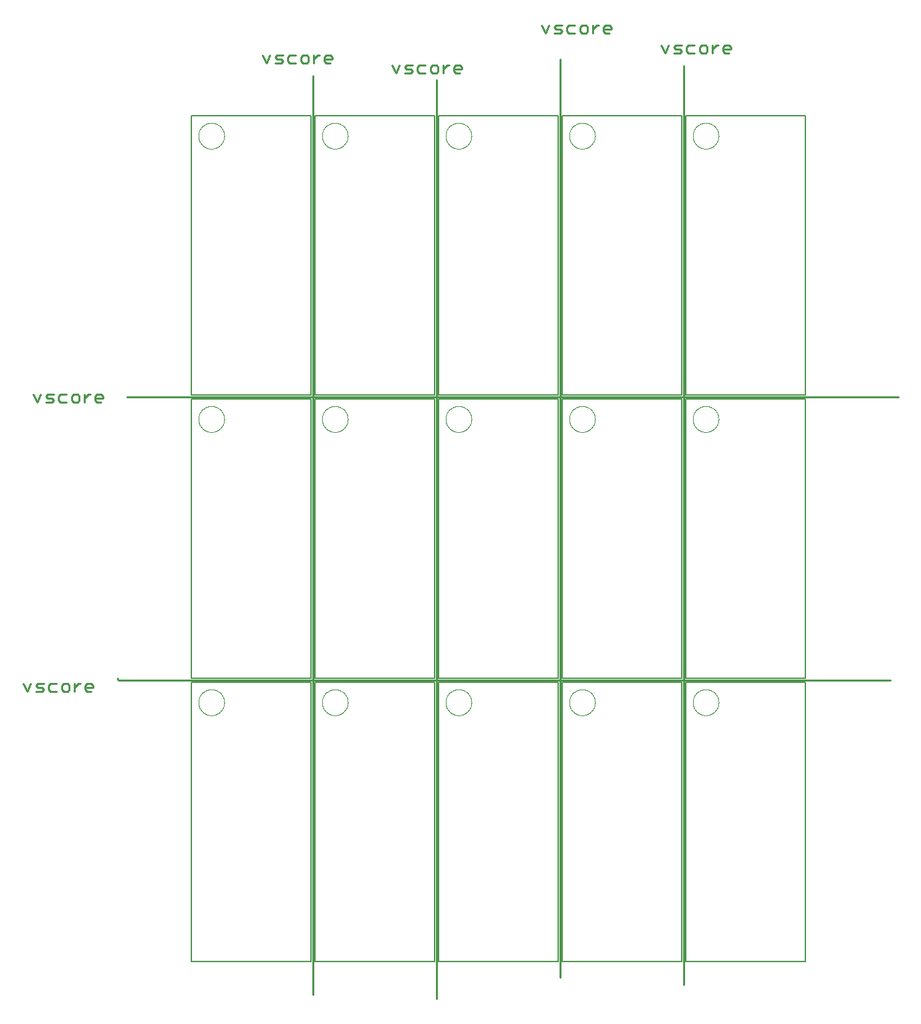
<source format=gko>
G75*
%MOIN*%
%OFA0B0*%
%FSLAX25Y25*%
%IPPOS*%
%LPD*%
%AMOC8*
5,1,8,0,0,1.08239X$1,22.5*
%
%ADD10C,0.00800*%
%ADD11C,0.01000*%
%ADD12C,0.01100*%
%ADD13C,0.00000*%
D10*
X0088333Y0020000D02*
X0088333Y0160000D01*
X0148333Y0159961D01*
X0148333Y0020000D01*
X0088333Y0020000D01*
X0150333Y0020000D02*
X0150333Y0160000D01*
X0210333Y0159961D01*
X0210333Y0020000D01*
X0150333Y0020000D01*
X0212333Y0020000D02*
X0212333Y0160000D01*
X0272333Y0159961D01*
X0272333Y0020000D01*
X0212333Y0020000D01*
X0274333Y0020000D02*
X0274333Y0160000D01*
X0334333Y0159961D01*
X0334333Y0020000D01*
X0274333Y0020000D01*
X0336333Y0020000D02*
X0336333Y0160000D01*
X0396333Y0159961D01*
X0396333Y0020000D01*
X0336333Y0020000D01*
X0336333Y0162000D02*
X0336333Y0302000D01*
X0396333Y0301961D01*
X0396333Y0162000D01*
X0336333Y0162000D01*
X0334333Y0162000D02*
X0334333Y0301961D01*
X0274333Y0302000D01*
X0274333Y0162000D01*
X0334333Y0162000D01*
X0272333Y0162000D02*
X0272333Y0301961D01*
X0212333Y0302000D01*
X0212333Y0162000D01*
X0272333Y0162000D01*
X0210333Y0162000D02*
X0210333Y0301961D01*
X0150333Y0302000D01*
X0150333Y0162000D01*
X0210333Y0162000D01*
X0148333Y0162000D02*
X0148333Y0301961D01*
X0088333Y0302000D01*
X0088333Y0162000D01*
X0148333Y0162000D01*
X0148333Y0304000D02*
X0088333Y0304000D01*
X0088333Y0444000D01*
X0148333Y0443961D01*
X0148333Y0304000D01*
X0150333Y0304000D02*
X0150333Y0444000D01*
X0210333Y0443961D01*
X0210333Y0304000D01*
X0150333Y0304000D01*
X0212333Y0304000D02*
X0212333Y0444000D01*
X0272333Y0443961D01*
X0272333Y0304000D01*
X0212333Y0304000D01*
X0274333Y0304000D02*
X0274333Y0444000D01*
X0334333Y0443961D01*
X0334333Y0304000D01*
X0274333Y0304000D01*
X0336333Y0304000D02*
X0336333Y0444000D01*
X0396333Y0443961D01*
X0396333Y0304000D01*
X0336333Y0304000D01*
D11*
X0335333Y0469000D02*
X0335333Y0008500D01*
X0273333Y0012000D02*
X0273333Y0472500D01*
X0211333Y0462000D02*
X0211333Y0001500D01*
X0149333Y0003500D02*
X0149333Y0464000D01*
X0055833Y0303000D02*
X0442833Y0303000D01*
X0438833Y0161000D02*
X0051833Y0161000D01*
X0051333Y0161500D01*
X0051333Y0162000D01*
D12*
X0038973Y0158503D02*
X0038973Y0157518D01*
X0035037Y0157518D01*
X0035037Y0156534D02*
X0035037Y0158503D01*
X0036021Y0159487D01*
X0037989Y0159487D01*
X0038973Y0158503D01*
X0037989Y0155550D02*
X0036021Y0155550D01*
X0035037Y0156534D01*
X0032618Y0159487D02*
X0031634Y0159487D01*
X0029665Y0157518D01*
X0029665Y0155550D02*
X0029665Y0159487D01*
X0027157Y0158503D02*
X0026172Y0159487D01*
X0024204Y0159487D01*
X0023220Y0158503D01*
X0023220Y0156534D01*
X0024204Y0155550D01*
X0026172Y0155550D01*
X0027157Y0156534D01*
X0027157Y0158503D01*
X0020711Y0159487D02*
X0017758Y0159487D01*
X0016774Y0158503D01*
X0016774Y0156534D01*
X0017758Y0155550D01*
X0020711Y0155550D01*
X0014266Y0156534D02*
X0013281Y0157518D01*
X0011313Y0157518D01*
X0010329Y0158503D01*
X0011313Y0159487D01*
X0014266Y0159487D01*
X0014266Y0156534D02*
X0013281Y0155550D01*
X0010329Y0155550D01*
X0005852Y0155550D02*
X0007820Y0159487D01*
X0003883Y0159487D02*
X0005852Y0155550D01*
X0010852Y0300550D02*
X0008883Y0304487D01*
X0012820Y0304487D02*
X0010852Y0300550D01*
X0015329Y0300550D02*
X0018281Y0300550D01*
X0019266Y0301534D01*
X0018281Y0302518D01*
X0016313Y0302518D01*
X0015329Y0303503D01*
X0016313Y0304487D01*
X0019266Y0304487D01*
X0021774Y0303503D02*
X0021774Y0301534D01*
X0022758Y0300550D01*
X0025711Y0300550D01*
X0028220Y0301534D02*
X0029204Y0300550D01*
X0031172Y0300550D01*
X0032157Y0301534D01*
X0032157Y0303503D01*
X0031172Y0304487D01*
X0029204Y0304487D01*
X0028220Y0303503D01*
X0028220Y0301534D01*
X0025711Y0304487D02*
X0022758Y0304487D01*
X0021774Y0303503D01*
X0034665Y0304487D02*
X0034665Y0300550D01*
X0034665Y0302518D02*
X0036634Y0304487D01*
X0037618Y0304487D01*
X0040037Y0303503D02*
X0041021Y0304487D01*
X0042989Y0304487D01*
X0043973Y0303503D01*
X0043973Y0302518D01*
X0040037Y0302518D01*
X0040037Y0301534D02*
X0040037Y0303503D01*
X0040037Y0301534D02*
X0041021Y0300550D01*
X0042989Y0300550D01*
X0125852Y0470550D02*
X0123883Y0474487D01*
X0127820Y0474487D02*
X0125852Y0470550D01*
X0130329Y0470550D02*
X0133281Y0470550D01*
X0134266Y0471534D01*
X0133281Y0472518D01*
X0131313Y0472518D01*
X0130329Y0473503D01*
X0131313Y0474487D01*
X0134266Y0474487D01*
X0136774Y0473503D02*
X0136774Y0471534D01*
X0137758Y0470550D01*
X0140711Y0470550D01*
X0143220Y0471534D02*
X0144204Y0470550D01*
X0146172Y0470550D01*
X0147157Y0471534D01*
X0147157Y0473503D01*
X0146172Y0474487D01*
X0144204Y0474487D01*
X0143220Y0473503D01*
X0143220Y0471534D01*
X0140711Y0474487D02*
X0137758Y0474487D01*
X0136774Y0473503D01*
X0149665Y0474487D02*
X0149665Y0470550D01*
X0149665Y0472518D02*
X0151634Y0474487D01*
X0152618Y0474487D01*
X0155037Y0473503D02*
X0156021Y0474487D01*
X0157989Y0474487D01*
X0158973Y0473503D01*
X0158973Y0472518D01*
X0155037Y0472518D01*
X0155037Y0471534D02*
X0155037Y0473503D01*
X0155037Y0471534D02*
X0156021Y0470550D01*
X0157989Y0470550D01*
X0188883Y0469487D02*
X0190852Y0465550D01*
X0192820Y0469487D01*
X0195329Y0468503D02*
X0196313Y0469487D01*
X0199266Y0469487D01*
X0198281Y0467518D02*
X0196313Y0467518D01*
X0195329Y0468503D01*
X0195329Y0465550D02*
X0198281Y0465550D01*
X0199266Y0466534D01*
X0198281Y0467518D01*
X0201774Y0466534D02*
X0202758Y0465550D01*
X0205711Y0465550D01*
X0208220Y0466534D02*
X0209204Y0465550D01*
X0211172Y0465550D01*
X0212157Y0466534D01*
X0212157Y0468503D01*
X0211172Y0469487D01*
X0209204Y0469487D01*
X0208220Y0468503D01*
X0208220Y0466534D01*
X0205711Y0469487D02*
X0202758Y0469487D01*
X0201774Y0468503D01*
X0201774Y0466534D01*
X0214665Y0465550D02*
X0214665Y0469487D01*
X0214665Y0467518D02*
X0216634Y0469487D01*
X0217618Y0469487D01*
X0220037Y0468503D02*
X0221021Y0469487D01*
X0222989Y0469487D01*
X0223973Y0468503D01*
X0223973Y0467518D01*
X0220037Y0467518D01*
X0220037Y0466534D02*
X0220037Y0468503D01*
X0220037Y0466534D02*
X0221021Y0465550D01*
X0222989Y0465550D01*
X0265852Y0485550D02*
X0267820Y0489487D01*
X0270329Y0488503D02*
X0271313Y0489487D01*
X0274266Y0489487D01*
X0273281Y0487518D02*
X0271313Y0487518D01*
X0270329Y0488503D01*
X0270329Y0485550D02*
X0273281Y0485550D01*
X0274266Y0486534D01*
X0273281Y0487518D01*
X0276774Y0486534D02*
X0277758Y0485550D01*
X0280711Y0485550D01*
X0283220Y0486534D02*
X0284204Y0485550D01*
X0286172Y0485550D01*
X0287157Y0486534D01*
X0287157Y0488503D01*
X0286172Y0489487D01*
X0284204Y0489487D01*
X0283220Y0488503D01*
X0283220Y0486534D01*
X0280711Y0489487D02*
X0277758Y0489487D01*
X0276774Y0488503D01*
X0276774Y0486534D01*
X0265852Y0485550D02*
X0263883Y0489487D01*
X0289665Y0489487D02*
X0289665Y0485550D01*
X0289665Y0487518D02*
X0291634Y0489487D01*
X0292618Y0489487D01*
X0295037Y0488503D02*
X0296021Y0489487D01*
X0297989Y0489487D01*
X0298973Y0488503D01*
X0298973Y0487518D01*
X0295037Y0487518D01*
X0295037Y0486534D02*
X0295037Y0488503D01*
X0295037Y0486534D02*
X0296021Y0485550D01*
X0297989Y0485550D01*
X0323883Y0479487D02*
X0325852Y0475550D01*
X0327820Y0479487D01*
X0330329Y0478503D02*
X0331313Y0477518D01*
X0333281Y0477518D01*
X0334266Y0476534D01*
X0333281Y0475550D01*
X0330329Y0475550D01*
X0330329Y0478503D02*
X0331313Y0479487D01*
X0334266Y0479487D01*
X0336774Y0478503D02*
X0336774Y0476534D01*
X0337758Y0475550D01*
X0340711Y0475550D01*
X0343220Y0476534D02*
X0343220Y0478503D01*
X0344204Y0479487D01*
X0346172Y0479487D01*
X0347157Y0478503D01*
X0347157Y0476534D01*
X0346172Y0475550D01*
X0344204Y0475550D01*
X0343220Y0476534D01*
X0340711Y0479487D02*
X0337758Y0479487D01*
X0336774Y0478503D01*
X0349665Y0479487D02*
X0349665Y0475550D01*
X0349665Y0477518D02*
X0351634Y0479487D01*
X0352618Y0479487D01*
X0355037Y0478503D02*
X0356021Y0479487D01*
X0357989Y0479487D01*
X0358973Y0478503D01*
X0358973Y0477518D01*
X0355037Y0477518D01*
X0355037Y0476534D02*
X0355037Y0478503D01*
X0355037Y0476534D02*
X0356021Y0475550D01*
X0357989Y0475550D01*
D13*
X0339833Y0434000D02*
X0339835Y0434161D01*
X0339841Y0434321D01*
X0339851Y0434482D01*
X0339865Y0434642D01*
X0339883Y0434802D01*
X0339904Y0434961D01*
X0339930Y0435120D01*
X0339960Y0435278D01*
X0339993Y0435435D01*
X0340031Y0435592D01*
X0340072Y0435747D01*
X0340117Y0435901D01*
X0340166Y0436054D01*
X0340219Y0436206D01*
X0340275Y0436357D01*
X0340336Y0436506D01*
X0340399Y0436654D01*
X0340467Y0436800D01*
X0340538Y0436944D01*
X0340612Y0437086D01*
X0340690Y0437227D01*
X0340772Y0437365D01*
X0340857Y0437502D01*
X0340945Y0437636D01*
X0341037Y0437768D01*
X0341132Y0437898D01*
X0341230Y0438026D01*
X0341331Y0438151D01*
X0341435Y0438273D01*
X0341542Y0438393D01*
X0341652Y0438510D01*
X0341765Y0438625D01*
X0341881Y0438736D01*
X0342000Y0438845D01*
X0342121Y0438950D01*
X0342245Y0439053D01*
X0342371Y0439153D01*
X0342499Y0439249D01*
X0342630Y0439342D01*
X0342764Y0439432D01*
X0342899Y0439519D01*
X0343037Y0439602D01*
X0343176Y0439682D01*
X0343318Y0439758D01*
X0343461Y0439831D01*
X0343606Y0439900D01*
X0343753Y0439966D01*
X0343901Y0440028D01*
X0344051Y0440086D01*
X0344202Y0440141D01*
X0344355Y0440192D01*
X0344509Y0440239D01*
X0344664Y0440282D01*
X0344820Y0440321D01*
X0344976Y0440357D01*
X0345134Y0440388D01*
X0345292Y0440416D01*
X0345451Y0440440D01*
X0345611Y0440460D01*
X0345771Y0440476D01*
X0345931Y0440488D01*
X0346092Y0440496D01*
X0346253Y0440500D01*
X0346413Y0440500D01*
X0346574Y0440496D01*
X0346735Y0440488D01*
X0346895Y0440476D01*
X0347055Y0440460D01*
X0347215Y0440440D01*
X0347374Y0440416D01*
X0347532Y0440388D01*
X0347690Y0440357D01*
X0347846Y0440321D01*
X0348002Y0440282D01*
X0348157Y0440239D01*
X0348311Y0440192D01*
X0348464Y0440141D01*
X0348615Y0440086D01*
X0348765Y0440028D01*
X0348913Y0439966D01*
X0349060Y0439900D01*
X0349205Y0439831D01*
X0349348Y0439758D01*
X0349490Y0439682D01*
X0349629Y0439602D01*
X0349767Y0439519D01*
X0349902Y0439432D01*
X0350036Y0439342D01*
X0350167Y0439249D01*
X0350295Y0439153D01*
X0350421Y0439053D01*
X0350545Y0438950D01*
X0350666Y0438845D01*
X0350785Y0438736D01*
X0350901Y0438625D01*
X0351014Y0438510D01*
X0351124Y0438393D01*
X0351231Y0438273D01*
X0351335Y0438151D01*
X0351436Y0438026D01*
X0351534Y0437898D01*
X0351629Y0437768D01*
X0351721Y0437636D01*
X0351809Y0437502D01*
X0351894Y0437365D01*
X0351976Y0437227D01*
X0352054Y0437086D01*
X0352128Y0436944D01*
X0352199Y0436800D01*
X0352267Y0436654D01*
X0352330Y0436506D01*
X0352391Y0436357D01*
X0352447Y0436206D01*
X0352500Y0436054D01*
X0352549Y0435901D01*
X0352594Y0435747D01*
X0352635Y0435592D01*
X0352673Y0435435D01*
X0352706Y0435278D01*
X0352736Y0435120D01*
X0352762Y0434961D01*
X0352783Y0434802D01*
X0352801Y0434642D01*
X0352815Y0434482D01*
X0352825Y0434321D01*
X0352831Y0434161D01*
X0352833Y0434000D01*
X0352831Y0433839D01*
X0352825Y0433679D01*
X0352815Y0433518D01*
X0352801Y0433358D01*
X0352783Y0433198D01*
X0352762Y0433039D01*
X0352736Y0432880D01*
X0352706Y0432722D01*
X0352673Y0432565D01*
X0352635Y0432408D01*
X0352594Y0432253D01*
X0352549Y0432099D01*
X0352500Y0431946D01*
X0352447Y0431794D01*
X0352391Y0431643D01*
X0352330Y0431494D01*
X0352267Y0431346D01*
X0352199Y0431200D01*
X0352128Y0431056D01*
X0352054Y0430914D01*
X0351976Y0430773D01*
X0351894Y0430635D01*
X0351809Y0430498D01*
X0351721Y0430364D01*
X0351629Y0430232D01*
X0351534Y0430102D01*
X0351436Y0429974D01*
X0351335Y0429849D01*
X0351231Y0429727D01*
X0351124Y0429607D01*
X0351014Y0429490D01*
X0350901Y0429375D01*
X0350785Y0429264D01*
X0350666Y0429155D01*
X0350545Y0429050D01*
X0350421Y0428947D01*
X0350295Y0428847D01*
X0350167Y0428751D01*
X0350036Y0428658D01*
X0349902Y0428568D01*
X0349767Y0428481D01*
X0349629Y0428398D01*
X0349490Y0428318D01*
X0349348Y0428242D01*
X0349205Y0428169D01*
X0349060Y0428100D01*
X0348913Y0428034D01*
X0348765Y0427972D01*
X0348615Y0427914D01*
X0348464Y0427859D01*
X0348311Y0427808D01*
X0348157Y0427761D01*
X0348002Y0427718D01*
X0347846Y0427679D01*
X0347690Y0427643D01*
X0347532Y0427612D01*
X0347374Y0427584D01*
X0347215Y0427560D01*
X0347055Y0427540D01*
X0346895Y0427524D01*
X0346735Y0427512D01*
X0346574Y0427504D01*
X0346413Y0427500D01*
X0346253Y0427500D01*
X0346092Y0427504D01*
X0345931Y0427512D01*
X0345771Y0427524D01*
X0345611Y0427540D01*
X0345451Y0427560D01*
X0345292Y0427584D01*
X0345134Y0427612D01*
X0344976Y0427643D01*
X0344820Y0427679D01*
X0344664Y0427718D01*
X0344509Y0427761D01*
X0344355Y0427808D01*
X0344202Y0427859D01*
X0344051Y0427914D01*
X0343901Y0427972D01*
X0343753Y0428034D01*
X0343606Y0428100D01*
X0343461Y0428169D01*
X0343318Y0428242D01*
X0343176Y0428318D01*
X0343037Y0428398D01*
X0342899Y0428481D01*
X0342764Y0428568D01*
X0342630Y0428658D01*
X0342499Y0428751D01*
X0342371Y0428847D01*
X0342245Y0428947D01*
X0342121Y0429050D01*
X0342000Y0429155D01*
X0341881Y0429264D01*
X0341765Y0429375D01*
X0341652Y0429490D01*
X0341542Y0429607D01*
X0341435Y0429727D01*
X0341331Y0429849D01*
X0341230Y0429974D01*
X0341132Y0430102D01*
X0341037Y0430232D01*
X0340945Y0430364D01*
X0340857Y0430498D01*
X0340772Y0430635D01*
X0340690Y0430773D01*
X0340612Y0430914D01*
X0340538Y0431056D01*
X0340467Y0431200D01*
X0340399Y0431346D01*
X0340336Y0431494D01*
X0340275Y0431643D01*
X0340219Y0431794D01*
X0340166Y0431946D01*
X0340117Y0432099D01*
X0340072Y0432253D01*
X0340031Y0432408D01*
X0339993Y0432565D01*
X0339960Y0432722D01*
X0339930Y0432880D01*
X0339904Y0433039D01*
X0339883Y0433198D01*
X0339865Y0433358D01*
X0339851Y0433518D01*
X0339841Y0433679D01*
X0339835Y0433839D01*
X0339833Y0434000D01*
X0277833Y0434000D02*
X0277835Y0434161D01*
X0277841Y0434321D01*
X0277851Y0434482D01*
X0277865Y0434642D01*
X0277883Y0434802D01*
X0277904Y0434961D01*
X0277930Y0435120D01*
X0277960Y0435278D01*
X0277993Y0435435D01*
X0278031Y0435592D01*
X0278072Y0435747D01*
X0278117Y0435901D01*
X0278166Y0436054D01*
X0278219Y0436206D01*
X0278275Y0436357D01*
X0278336Y0436506D01*
X0278399Y0436654D01*
X0278467Y0436800D01*
X0278538Y0436944D01*
X0278612Y0437086D01*
X0278690Y0437227D01*
X0278772Y0437365D01*
X0278857Y0437502D01*
X0278945Y0437636D01*
X0279037Y0437768D01*
X0279132Y0437898D01*
X0279230Y0438026D01*
X0279331Y0438151D01*
X0279435Y0438273D01*
X0279542Y0438393D01*
X0279652Y0438510D01*
X0279765Y0438625D01*
X0279881Y0438736D01*
X0280000Y0438845D01*
X0280121Y0438950D01*
X0280245Y0439053D01*
X0280371Y0439153D01*
X0280499Y0439249D01*
X0280630Y0439342D01*
X0280764Y0439432D01*
X0280899Y0439519D01*
X0281037Y0439602D01*
X0281176Y0439682D01*
X0281318Y0439758D01*
X0281461Y0439831D01*
X0281606Y0439900D01*
X0281753Y0439966D01*
X0281901Y0440028D01*
X0282051Y0440086D01*
X0282202Y0440141D01*
X0282355Y0440192D01*
X0282509Y0440239D01*
X0282664Y0440282D01*
X0282820Y0440321D01*
X0282976Y0440357D01*
X0283134Y0440388D01*
X0283292Y0440416D01*
X0283451Y0440440D01*
X0283611Y0440460D01*
X0283771Y0440476D01*
X0283931Y0440488D01*
X0284092Y0440496D01*
X0284253Y0440500D01*
X0284413Y0440500D01*
X0284574Y0440496D01*
X0284735Y0440488D01*
X0284895Y0440476D01*
X0285055Y0440460D01*
X0285215Y0440440D01*
X0285374Y0440416D01*
X0285532Y0440388D01*
X0285690Y0440357D01*
X0285846Y0440321D01*
X0286002Y0440282D01*
X0286157Y0440239D01*
X0286311Y0440192D01*
X0286464Y0440141D01*
X0286615Y0440086D01*
X0286765Y0440028D01*
X0286913Y0439966D01*
X0287060Y0439900D01*
X0287205Y0439831D01*
X0287348Y0439758D01*
X0287490Y0439682D01*
X0287629Y0439602D01*
X0287767Y0439519D01*
X0287902Y0439432D01*
X0288036Y0439342D01*
X0288167Y0439249D01*
X0288295Y0439153D01*
X0288421Y0439053D01*
X0288545Y0438950D01*
X0288666Y0438845D01*
X0288785Y0438736D01*
X0288901Y0438625D01*
X0289014Y0438510D01*
X0289124Y0438393D01*
X0289231Y0438273D01*
X0289335Y0438151D01*
X0289436Y0438026D01*
X0289534Y0437898D01*
X0289629Y0437768D01*
X0289721Y0437636D01*
X0289809Y0437502D01*
X0289894Y0437365D01*
X0289976Y0437227D01*
X0290054Y0437086D01*
X0290128Y0436944D01*
X0290199Y0436800D01*
X0290267Y0436654D01*
X0290330Y0436506D01*
X0290391Y0436357D01*
X0290447Y0436206D01*
X0290500Y0436054D01*
X0290549Y0435901D01*
X0290594Y0435747D01*
X0290635Y0435592D01*
X0290673Y0435435D01*
X0290706Y0435278D01*
X0290736Y0435120D01*
X0290762Y0434961D01*
X0290783Y0434802D01*
X0290801Y0434642D01*
X0290815Y0434482D01*
X0290825Y0434321D01*
X0290831Y0434161D01*
X0290833Y0434000D01*
X0290831Y0433839D01*
X0290825Y0433679D01*
X0290815Y0433518D01*
X0290801Y0433358D01*
X0290783Y0433198D01*
X0290762Y0433039D01*
X0290736Y0432880D01*
X0290706Y0432722D01*
X0290673Y0432565D01*
X0290635Y0432408D01*
X0290594Y0432253D01*
X0290549Y0432099D01*
X0290500Y0431946D01*
X0290447Y0431794D01*
X0290391Y0431643D01*
X0290330Y0431494D01*
X0290267Y0431346D01*
X0290199Y0431200D01*
X0290128Y0431056D01*
X0290054Y0430914D01*
X0289976Y0430773D01*
X0289894Y0430635D01*
X0289809Y0430498D01*
X0289721Y0430364D01*
X0289629Y0430232D01*
X0289534Y0430102D01*
X0289436Y0429974D01*
X0289335Y0429849D01*
X0289231Y0429727D01*
X0289124Y0429607D01*
X0289014Y0429490D01*
X0288901Y0429375D01*
X0288785Y0429264D01*
X0288666Y0429155D01*
X0288545Y0429050D01*
X0288421Y0428947D01*
X0288295Y0428847D01*
X0288167Y0428751D01*
X0288036Y0428658D01*
X0287902Y0428568D01*
X0287767Y0428481D01*
X0287629Y0428398D01*
X0287490Y0428318D01*
X0287348Y0428242D01*
X0287205Y0428169D01*
X0287060Y0428100D01*
X0286913Y0428034D01*
X0286765Y0427972D01*
X0286615Y0427914D01*
X0286464Y0427859D01*
X0286311Y0427808D01*
X0286157Y0427761D01*
X0286002Y0427718D01*
X0285846Y0427679D01*
X0285690Y0427643D01*
X0285532Y0427612D01*
X0285374Y0427584D01*
X0285215Y0427560D01*
X0285055Y0427540D01*
X0284895Y0427524D01*
X0284735Y0427512D01*
X0284574Y0427504D01*
X0284413Y0427500D01*
X0284253Y0427500D01*
X0284092Y0427504D01*
X0283931Y0427512D01*
X0283771Y0427524D01*
X0283611Y0427540D01*
X0283451Y0427560D01*
X0283292Y0427584D01*
X0283134Y0427612D01*
X0282976Y0427643D01*
X0282820Y0427679D01*
X0282664Y0427718D01*
X0282509Y0427761D01*
X0282355Y0427808D01*
X0282202Y0427859D01*
X0282051Y0427914D01*
X0281901Y0427972D01*
X0281753Y0428034D01*
X0281606Y0428100D01*
X0281461Y0428169D01*
X0281318Y0428242D01*
X0281176Y0428318D01*
X0281037Y0428398D01*
X0280899Y0428481D01*
X0280764Y0428568D01*
X0280630Y0428658D01*
X0280499Y0428751D01*
X0280371Y0428847D01*
X0280245Y0428947D01*
X0280121Y0429050D01*
X0280000Y0429155D01*
X0279881Y0429264D01*
X0279765Y0429375D01*
X0279652Y0429490D01*
X0279542Y0429607D01*
X0279435Y0429727D01*
X0279331Y0429849D01*
X0279230Y0429974D01*
X0279132Y0430102D01*
X0279037Y0430232D01*
X0278945Y0430364D01*
X0278857Y0430498D01*
X0278772Y0430635D01*
X0278690Y0430773D01*
X0278612Y0430914D01*
X0278538Y0431056D01*
X0278467Y0431200D01*
X0278399Y0431346D01*
X0278336Y0431494D01*
X0278275Y0431643D01*
X0278219Y0431794D01*
X0278166Y0431946D01*
X0278117Y0432099D01*
X0278072Y0432253D01*
X0278031Y0432408D01*
X0277993Y0432565D01*
X0277960Y0432722D01*
X0277930Y0432880D01*
X0277904Y0433039D01*
X0277883Y0433198D01*
X0277865Y0433358D01*
X0277851Y0433518D01*
X0277841Y0433679D01*
X0277835Y0433839D01*
X0277833Y0434000D01*
X0215833Y0434000D02*
X0215835Y0434161D01*
X0215841Y0434321D01*
X0215851Y0434482D01*
X0215865Y0434642D01*
X0215883Y0434802D01*
X0215904Y0434961D01*
X0215930Y0435120D01*
X0215960Y0435278D01*
X0215993Y0435435D01*
X0216031Y0435592D01*
X0216072Y0435747D01*
X0216117Y0435901D01*
X0216166Y0436054D01*
X0216219Y0436206D01*
X0216275Y0436357D01*
X0216336Y0436506D01*
X0216399Y0436654D01*
X0216467Y0436800D01*
X0216538Y0436944D01*
X0216612Y0437086D01*
X0216690Y0437227D01*
X0216772Y0437365D01*
X0216857Y0437502D01*
X0216945Y0437636D01*
X0217037Y0437768D01*
X0217132Y0437898D01*
X0217230Y0438026D01*
X0217331Y0438151D01*
X0217435Y0438273D01*
X0217542Y0438393D01*
X0217652Y0438510D01*
X0217765Y0438625D01*
X0217881Y0438736D01*
X0218000Y0438845D01*
X0218121Y0438950D01*
X0218245Y0439053D01*
X0218371Y0439153D01*
X0218499Y0439249D01*
X0218630Y0439342D01*
X0218764Y0439432D01*
X0218899Y0439519D01*
X0219037Y0439602D01*
X0219176Y0439682D01*
X0219318Y0439758D01*
X0219461Y0439831D01*
X0219606Y0439900D01*
X0219753Y0439966D01*
X0219901Y0440028D01*
X0220051Y0440086D01*
X0220202Y0440141D01*
X0220355Y0440192D01*
X0220509Y0440239D01*
X0220664Y0440282D01*
X0220820Y0440321D01*
X0220976Y0440357D01*
X0221134Y0440388D01*
X0221292Y0440416D01*
X0221451Y0440440D01*
X0221611Y0440460D01*
X0221771Y0440476D01*
X0221931Y0440488D01*
X0222092Y0440496D01*
X0222253Y0440500D01*
X0222413Y0440500D01*
X0222574Y0440496D01*
X0222735Y0440488D01*
X0222895Y0440476D01*
X0223055Y0440460D01*
X0223215Y0440440D01*
X0223374Y0440416D01*
X0223532Y0440388D01*
X0223690Y0440357D01*
X0223846Y0440321D01*
X0224002Y0440282D01*
X0224157Y0440239D01*
X0224311Y0440192D01*
X0224464Y0440141D01*
X0224615Y0440086D01*
X0224765Y0440028D01*
X0224913Y0439966D01*
X0225060Y0439900D01*
X0225205Y0439831D01*
X0225348Y0439758D01*
X0225490Y0439682D01*
X0225629Y0439602D01*
X0225767Y0439519D01*
X0225902Y0439432D01*
X0226036Y0439342D01*
X0226167Y0439249D01*
X0226295Y0439153D01*
X0226421Y0439053D01*
X0226545Y0438950D01*
X0226666Y0438845D01*
X0226785Y0438736D01*
X0226901Y0438625D01*
X0227014Y0438510D01*
X0227124Y0438393D01*
X0227231Y0438273D01*
X0227335Y0438151D01*
X0227436Y0438026D01*
X0227534Y0437898D01*
X0227629Y0437768D01*
X0227721Y0437636D01*
X0227809Y0437502D01*
X0227894Y0437365D01*
X0227976Y0437227D01*
X0228054Y0437086D01*
X0228128Y0436944D01*
X0228199Y0436800D01*
X0228267Y0436654D01*
X0228330Y0436506D01*
X0228391Y0436357D01*
X0228447Y0436206D01*
X0228500Y0436054D01*
X0228549Y0435901D01*
X0228594Y0435747D01*
X0228635Y0435592D01*
X0228673Y0435435D01*
X0228706Y0435278D01*
X0228736Y0435120D01*
X0228762Y0434961D01*
X0228783Y0434802D01*
X0228801Y0434642D01*
X0228815Y0434482D01*
X0228825Y0434321D01*
X0228831Y0434161D01*
X0228833Y0434000D01*
X0228831Y0433839D01*
X0228825Y0433679D01*
X0228815Y0433518D01*
X0228801Y0433358D01*
X0228783Y0433198D01*
X0228762Y0433039D01*
X0228736Y0432880D01*
X0228706Y0432722D01*
X0228673Y0432565D01*
X0228635Y0432408D01*
X0228594Y0432253D01*
X0228549Y0432099D01*
X0228500Y0431946D01*
X0228447Y0431794D01*
X0228391Y0431643D01*
X0228330Y0431494D01*
X0228267Y0431346D01*
X0228199Y0431200D01*
X0228128Y0431056D01*
X0228054Y0430914D01*
X0227976Y0430773D01*
X0227894Y0430635D01*
X0227809Y0430498D01*
X0227721Y0430364D01*
X0227629Y0430232D01*
X0227534Y0430102D01*
X0227436Y0429974D01*
X0227335Y0429849D01*
X0227231Y0429727D01*
X0227124Y0429607D01*
X0227014Y0429490D01*
X0226901Y0429375D01*
X0226785Y0429264D01*
X0226666Y0429155D01*
X0226545Y0429050D01*
X0226421Y0428947D01*
X0226295Y0428847D01*
X0226167Y0428751D01*
X0226036Y0428658D01*
X0225902Y0428568D01*
X0225767Y0428481D01*
X0225629Y0428398D01*
X0225490Y0428318D01*
X0225348Y0428242D01*
X0225205Y0428169D01*
X0225060Y0428100D01*
X0224913Y0428034D01*
X0224765Y0427972D01*
X0224615Y0427914D01*
X0224464Y0427859D01*
X0224311Y0427808D01*
X0224157Y0427761D01*
X0224002Y0427718D01*
X0223846Y0427679D01*
X0223690Y0427643D01*
X0223532Y0427612D01*
X0223374Y0427584D01*
X0223215Y0427560D01*
X0223055Y0427540D01*
X0222895Y0427524D01*
X0222735Y0427512D01*
X0222574Y0427504D01*
X0222413Y0427500D01*
X0222253Y0427500D01*
X0222092Y0427504D01*
X0221931Y0427512D01*
X0221771Y0427524D01*
X0221611Y0427540D01*
X0221451Y0427560D01*
X0221292Y0427584D01*
X0221134Y0427612D01*
X0220976Y0427643D01*
X0220820Y0427679D01*
X0220664Y0427718D01*
X0220509Y0427761D01*
X0220355Y0427808D01*
X0220202Y0427859D01*
X0220051Y0427914D01*
X0219901Y0427972D01*
X0219753Y0428034D01*
X0219606Y0428100D01*
X0219461Y0428169D01*
X0219318Y0428242D01*
X0219176Y0428318D01*
X0219037Y0428398D01*
X0218899Y0428481D01*
X0218764Y0428568D01*
X0218630Y0428658D01*
X0218499Y0428751D01*
X0218371Y0428847D01*
X0218245Y0428947D01*
X0218121Y0429050D01*
X0218000Y0429155D01*
X0217881Y0429264D01*
X0217765Y0429375D01*
X0217652Y0429490D01*
X0217542Y0429607D01*
X0217435Y0429727D01*
X0217331Y0429849D01*
X0217230Y0429974D01*
X0217132Y0430102D01*
X0217037Y0430232D01*
X0216945Y0430364D01*
X0216857Y0430498D01*
X0216772Y0430635D01*
X0216690Y0430773D01*
X0216612Y0430914D01*
X0216538Y0431056D01*
X0216467Y0431200D01*
X0216399Y0431346D01*
X0216336Y0431494D01*
X0216275Y0431643D01*
X0216219Y0431794D01*
X0216166Y0431946D01*
X0216117Y0432099D01*
X0216072Y0432253D01*
X0216031Y0432408D01*
X0215993Y0432565D01*
X0215960Y0432722D01*
X0215930Y0432880D01*
X0215904Y0433039D01*
X0215883Y0433198D01*
X0215865Y0433358D01*
X0215851Y0433518D01*
X0215841Y0433679D01*
X0215835Y0433839D01*
X0215833Y0434000D01*
X0153833Y0434000D02*
X0153835Y0434161D01*
X0153841Y0434321D01*
X0153851Y0434482D01*
X0153865Y0434642D01*
X0153883Y0434802D01*
X0153904Y0434961D01*
X0153930Y0435120D01*
X0153960Y0435278D01*
X0153993Y0435435D01*
X0154031Y0435592D01*
X0154072Y0435747D01*
X0154117Y0435901D01*
X0154166Y0436054D01*
X0154219Y0436206D01*
X0154275Y0436357D01*
X0154336Y0436506D01*
X0154399Y0436654D01*
X0154467Y0436800D01*
X0154538Y0436944D01*
X0154612Y0437086D01*
X0154690Y0437227D01*
X0154772Y0437365D01*
X0154857Y0437502D01*
X0154945Y0437636D01*
X0155037Y0437768D01*
X0155132Y0437898D01*
X0155230Y0438026D01*
X0155331Y0438151D01*
X0155435Y0438273D01*
X0155542Y0438393D01*
X0155652Y0438510D01*
X0155765Y0438625D01*
X0155881Y0438736D01*
X0156000Y0438845D01*
X0156121Y0438950D01*
X0156245Y0439053D01*
X0156371Y0439153D01*
X0156499Y0439249D01*
X0156630Y0439342D01*
X0156764Y0439432D01*
X0156899Y0439519D01*
X0157037Y0439602D01*
X0157176Y0439682D01*
X0157318Y0439758D01*
X0157461Y0439831D01*
X0157606Y0439900D01*
X0157753Y0439966D01*
X0157901Y0440028D01*
X0158051Y0440086D01*
X0158202Y0440141D01*
X0158355Y0440192D01*
X0158509Y0440239D01*
X0158664Y0440282D01*
X0158820Y0440321D01*
X0158976Y0440357D01*
X0159134Y0440388D01*
X0159292Y0440416D01*
X0159451Y0440440D01*
X0159611Y0440460D01*
X0159771Y0440476D01*
X0159931Y0440488D01*
X0160092Y0440496D01*
X0160253Y0440500D01*
X0160413Y0440500D01*
X0160574Y0440496D01*
X0160735Y0440488D01*
X0160895Y0440476D01*
X0161055Y0440460D01*
X0161215Y0440440D01*
X0161374Y0440416D01*
X0161532Y0440388D01*
X0161690Y0440357D01*
X0161846Y0440321D01*
X0162002Y0440282D01*
X0162157Y0440239D01*
X0162311Y0440192D01*
X0162464Y0440141D01*
X0162615Y0440086D01*
X0162765Y0440028D01*
X0162913Y0439966D01*
X0163060Y0439900D01*
X0163205Y0439831D01*
X0163348Y0439758D01*
X0163490Y0439682D01*
X0163629Y0439602D01*
X0163767Y0439519D01*
X0163902Y0439432D01*
X0164036Y0439342D01*
X0164167Y0439249D01*
X0164295Y0439153D01*
X0164421Y0439053D01*
X0164545Y0438950D01*
X0164666Y0438845D01*
X0164785Y0438736D01*
X0164901Y0438625D01*
X0165014Y0438510D01*
X0165124Y0438393D01*
X0165231Y0438273D01*
X0165335Y0438151D01*
X0165436Y0438026D01*
X0165534Y0437898D01*
X0165629Y0437768D01*
X0165721Y0437636D01*
X0165809Y0437502D01*
X0165894Y0437365D01*
X0165976Y0437227D01*
X0166054Y0437086D01*
X0166128Y0436944D01*
X0166199Y0436800D01*
X0166267Y0436654D01*
X0166330Y0436506D01*
X0166391Y0436357D01*
X0166447Y0436206D01*
X0166500Y0436054D01*
X0166549Y0435901D01*
X0166594Y0435747D01*
X0166635Y0435592D01*
X0166673Y0435435D01*
X0166706Y0435278D01*
X0166736Y0435120D01*
X0166762Y0434961D01*
X0166783Y0434802D01*
X0166801Y0434642D01*
X0166815Y0434482D01*
X0166825Y0434321D01*
X0166831Y0434161D01*
X0166833Y0434000D01*
X0166831Y0433839D01*
X0166825Y0433679D01*
X0166815Y0433518D01*
X0166801Y0433358D01*
X0166783Y0433198D01*
X0166762Y0433039D01*
X0166736Y0432880D01*
X0166706Y0432722D01*
X0166673Y0432565D01*
X0166635Y0432408D01*
X0166594Y0432253D01*
X0166549Y0432099D01*
X0166500Y0431946D01*
X0166447Y0431794D01*
X0166391Y0431643D01*
X0166330Y0431494D01*
X0166267Y0431346D01*
X0166199Y0431200D01*
X0166128Y0431056D01*
X0166054Y0430914D01*
X0165976Y0430773D01*
X0165894Y0430635D01*
X0165809Y0430498D01*
X0165721Y0430364D01*
X0165629Y0430232D01*
X0165534Y0430102D01*
X0165436Y0429974D01*
X0165335Y0429849D01*
X0165231Y0429727D01*
X0165124Y0429607D01*
X0165014Y0429490D01*
X0164901Y0429375D01*
X0164785Y0429264D01*
X0164666Y0429155D01*
X0164545Y0429050D01*
X0164421Y0428947D01*
X0164295Y0428847D01*
X0164167Y0428751D01*
X0164036Y0428658D01*
X0163902Y0428568D01*
X0163767Y0428481D01*
X0163629Y0428398D01*
X0163490Y0428318D01*
X0163348Y0428242D01*
X0163205Y0428169D01*
X0163060Y0428100D01*
X0162913Y0428034D01*
X0162765Y0427972D01*
X0162615Y0427914D01*
X0162464Y0427859D01*
X0162311Y0427808D01*
X0162157Y0427761D01*
X0162002Y0427718D01*
X0161846Y0427679D01*
X0161690Y0427643D01*
X0161532Y0427612D01*
X0161374Y0427584D01*
X0161215Y0427560D01*
X0161055Y0427540D01*
X0160895Y0427524D01*
X0160735Y0427512D01*
X0160574Y0427504D01*
X0160413Y0427500D01*
X0160253Y0427500D01*
X0160092Y0427504D01*
X0159931Y0427512D01*
X0159771Y0427524D01*
X0159611Y0427540D01*
X0159451Y0427560D01*
X0159292Y0427584D01*
X0159134Y0427612D01*
X0158976Y0427643D01*
X0158820Y0427679D01*
X0158664Y0427718D01*
X0158509Y0427761D01*
X0158355Y0427808D01*
X0158202Y0427859D01*
X0158051Y0427914D01*
X0157901Y0427972D01*
X0157753Y0428034D01*
X0157606Y0428100D01*
X0157461Y0428169D01*
X0157318Y0428242D01*
X0157176Y0428318D01*
X0157037Y0428398D01*
X0156899Y0428481D01*
X0156764Y0428568D01*
X0156630Y0428658D01*
X0156499Y0428751D01*
X0156371Y0428847D01*
X0156245Y0428947D01*
X0156121Y0429050D01*
X0156000Y0429155D01*
X0155881Y0429264D01*
X0155765Y0429375D01*
X0155652Y0429490D01*
X0155542Y0429607D01*
X0155435Y0429727D01*
X0155331Y0429849D01*
X0155230Y0429974D01*
X0155132Y0430102D01*
X0155037Y0430232D01*
X0154945Y0430364D01*
X0154857Y0430498D01*
X0154772Y0430635D01*
X0154690Y0430773D01*
X0154612Y0430914D01*
X0154538Y0431056D01*
X0154467Y0431200D01*
X0154399Y0431346D01*
X0154336Y0431494D01*
X0154275Y0431643D01*
X0154219Y0431794D01*
X0154166Y0431946D01*
X0154117Y0432099D01*
X0154072Y0432253D01*
X0154031Y0432408D01*
X0153993Y0432565D01*
X0153960Y0432722D01*
X0153930Y0432880D01*
X0153904Y0433039D01*
X0153883Y0433198D01*
X0153865Y0433358D01*
X0153851Y0433518D01*
X0153841Y0433679D01*
X0153835Y0433839D01*
X0153833Y0434000D01*
X0091833Y0434000D02*
X0091835Y0434161D01*
X0091841Y0434321D01*
X0091851Y0434482D01*
X0091865Y0434642D01*
X0091883Y0434802D01*
X0091904Y0434961D01*
X0091930Y0435120D01*
X0091960Y0435278D01*
X0091993Y0435435D01*
X0092031Y0435592D01*
X0092072Y0435747D01*
X0092117Y0435901D01*
X0092166Y0436054D01*
X0092219Y0436206D01*
X0092275Y0436357D01*
X0092336Y0436506D01*
X0092399Y0436654D01*
X0092467Y0436800D01*
X0092538Y0436944D01*
X0092612Y0437086D01*
X0092690Y0437227D01*
X0092772Y0437365D01*
X0092857Y0437502D01*
X0092945Y0437636D01*
X0093037Y0437768D01*
X0093132Y0437898D01*
X0093230Y0438026D01*
X0093331Y0438151D01*
X0093435Y0438273D01*
X0093542Y0438393D01*
X0093652Y0438510D01*
X0093765Y0438625D01*
X0093881Y0438736D01*
X0094000Y0438845D01*
X0094121Y0438950D01*
X0094245Y0439053D01*
X0094371Y0439153D01*
X0094499Y0439249D01*
X0094630Y0439342D01*
X0094764Y0439432D01*
X0094899Y0439519D01*
X0095037Y0439602D01*
X0095176Y0439682D01*
X0095318Y0439758D01*
X0095461Y0439831D01*
X0095606Y0439900D01*
X0095753Y0439966D01*
X0095901Y0440028D01*
X0096051Y0440086D01*
X0096202Y0440141D01*
X0096355Y0440192D01*
X0096509Y0440239D01*
X0096664Y0440282D01*
X0096820Y0440321D01*
X0096976Y0440357D01*
X0097134Y0440388D01*
X0097292Y0440416D01*
X0097451Y0440440D01*
X0097611Y0440460D01*
X0097771Y0440476D01*
X0097931Y0440488D01*
X0098092Y0440496D01*
X0098253Y0440500D01*
X0098413Y0440500D01*
X0098574Y0440496D01*
X0098735Y0440488D01*
X0098895Y0440476D01*
X0099055Y0440460D01*
X0099215Y0440440D01*
X0099374Y0440416D01*
X0099532Y0440388D01*
X0099690Y0440357D01*
X0099846Y0440321D01*
X0100002Y0440282D01*
X0100157Y0440239D01*
X0100311Y0440192D01*
X0100464Y0440141D01*
X0100615Y0440086D01*
X0100765Y0440028D01*
X0100913Y0439966D01*
X0101060Y0439900D01*
X0101205Y0439831D01*
X0101348Y0439758D01*
X0101490Y0439682D01*
X0101629Y0439602D01*
X0101767Y0439519D01*
X0101902Y0439432D01*
X0102036Y0439342D01*
X0102167Y0439249D01*
X0102295Y0439153D01*
X0102421Y0439053D01*
X0102545Y0438950D01*
X0102666Y0438845D01*
X0102785Y0438736D01*
X0102901Y0438625D01*
X0103014Y0438510D01*
X0103124Y0438393D01*
X0103231Y0438273D01*
X0103335Y0438151D01*
X0103436Y0438026D01*
X0103534Y0437898D01*
X0103629Y0437768D01*
X0103721Y0437636D01*
X0103809Y0437502D01*
X0103894Y0437365D01*
X0103976Y0437227D01*
X0104054Y0437086D01*
X0104128Y0436944D01*
X0104199Y0436800D01*
X0104267Y0436654D01*
X0104330Y0436506D01*
X0104391Y0436357D01*
X0104447Y0436206D01*
X0104500Y0436054D01*
X0104549Y0435901D01*
X0104594Y0435747D01*
X0104635Y0435592D01*
X0104673Y0435435D01*
X0104706Y0435278D01*
X0104736Y0435120D01*
X0104762Y0434961D01*
X0104783Y0434802D01*
X0104801Y0434642D01*
X0104815Y0434482D01*
X0104825Y0434321D01*
X0104831Y0434161D01*
X0104833Y0434000D01*
X0104831Y0433839D01*
X0104825Y0433679D01*
X0104815Y0433518D01*
X0104801Y0433358D01*
X0104783Y0433198D01*
X0104762Y0433039D01*
X0104736Y0432880D01*
X0104706Y0432722D01*
X0104673Y0432565D01*
X0104635Y0432408D01*
X0104594Y0432253D01*
X0104549Y0432099D01*
X0104500Y0431946D01*
X0104447Y0431794D01*
X0104391Y0431643D01*
X0104330Y0431494D01*
X0104267Y0431346D01*
X0104199Y0431200D01*
X0104128Y0431056D01*
X0104054Y0430914D01*
X0103976Y0430773D01*
X0103894Y0430635D01*
X0103809Y0430498D01*
X0103721Y0430364D01*
X0103629Y0430232D01*
X0103534Y0430102D01*
X0103436Y0429974D01*
X0103335Y0429849D01*
X0103231Y0429727D01*
X0103124Y0429607D01*
X0103014Y0429490D01*
X0102901Y0429375D01*
X0102785Y0429264D01*
X0102666Y0429155D01*
X0102545Y0429050D01*
X0102421Y0428947D01*
X0102295Y0428847D01*
X0102167Y0428751D01*
X0102036Y0428658D01*
X0101902Y0428568D01*
X0101767Y0428481D01*
X0101629Y0428398D01*
X0101490Y0428318D01*
X0101348Y0428242D01*
X0101205Y0428169D01*
X0101060Y0428100D01*
X0100913Y0428034D01*
X0100765Y0427972D01*
X0100615Y0427914D01*
X0100464Y0427859D01*
X0100311Y0427808D01*
X0100157Y0427761D01*
X0100002Y0427718D01*
X0099846Y0427679D01*
X0099690Y0427643D01*
X0099532Y0427612D01*
X0099374Y0427584D01*
X0099215Y0427560D01*
X0099055Y0427540D01*
X0098895Y0427524D01*
X0098735Y0427512D01*
X0098574Y0427504D01*
X0098413Y0427500D01*
X0098253Y0427500D01*
X0098092Y0427504D01*
X0097931Y0427512D01*
X0097771Y0427524D01*
X0097611Y0427540D01*
X0097451Y0427560D01*
X0097292Y0427584D01*
X0097134Y0427612D01*
X0096976Y0427643D01*
X0096820Y0427679D01*
X0096664Y0427718D01*
X0096509Y0427761D01*
X0096355Y0427808D01*
X0096202Y0427859D01*
X0096051Y0427914D01*
X0095901Y0427972D01*
X0095753Y0428034D01*
X0095606Y0428100D01*
X0095461Y0428169D01*
X0095318Y0428242D01*
X0095176Y0428318D01*
X0095037Y0428398D01*
X0094899Y0428481D01*
X0094764Y0428568D01*
X0094630Y0428658D01*
X0094499Y0428751D01*
X0094371Y0428847D01*
X0094245Y0428947D01*
X0094121Y0429050D01*
X0094000Y0429155D01*
X0093881Y0429264D01*
X0093765Y0429375D01*
X0093652Y0429490D01*
X0093542Y0429607D01*
X0093435Y0429727D01*
X0093331Y0429849D01*
X0093230Y0429974D01*
X0093132Y0430102D01*
X0093037Y0430232D01*
X0092945Y0430364D01*
X0092857Y0430498D01*
X0092772Y0430635D01*
X0092690Y0430773D01*
X0092612Y0430914D01*
X0092538Y0431056D01*
X0092467Y0431200D01*
X0092399Y0431346D01*
X0092336Y0431494D01*
X0092275Y0431643D01*
X0092219Y0431794D01*
X0092166Y0431946D01*
X0092117Y0432099D01*
X0092072Y0432253D01*
X0092031Y0432408D01*
X0091993Y0432565D01*
X0091960Y0432722D01*
X0091930Y0432880D01*
X0091904Y0433039D01*
X0091883Y0433198D01*
X0091865Y0433358D01*
X0091851Y0433518D01*
X0091841Y0433679D01*
X0091835Y0433839D01*
X0091833Y0434000D01*
X0091833Y0292000D02*
X0091835Y0292161D01*
X0091841Y0292321D01*
X0091851Y0292482D01*
X0091865Y0292642D01*
X0091883Y0292802D01*
X0091904Y0292961D01*
X0091930Y0293120D01*
X0091960Y0293278D01*
X0091993Y0293435D01*
X0092031Y0293592D01*
X0092072Y0293747D01*
X0092117Y0293901D01*
X0092166Y0294054D01*
X0092219Y0294206D01*
X0092275Y0294357D01*
X0092336Y0294506D01*
X0092399Y0294654D01*
X0092467Y0294800D01*
X0092538Y0294944D01*
X0092612Y0295086D01*
X0092690Y0295227D01*
X0092772Y0295365D01*
X0092857Y0295502D01*
X0092945Y0295636D01*
X0093037Y0295768D01*
X0093132Y0295898D01*
X0093230Y0296026D01*
X0093331Y0296151D01*
X0093435Y0296273D01*
X0093542Y0296393D01*
X0093652Y0296510D01*
X0093765Y0296625D01*
X0093881Y0296736D01*
X0094000Y0296845D01*
X0094121Y0296950D01*
X0094245Y0297053D01*
X0094371Y0297153D01*
X0094499Y0297249D01*
X0094630Y0297342D01*
X0094764Y0297432D01*
X0094899Y0297519D01*
X0095037Y0297602D01*
X0095176Y0297682D01*
X0095318Y0297758D01*
X0095461Y0297831D01*
X0095606Y0297900D01*
X0095753Y0297966D01*
X0095901Y0298028D01*
X0096051Y0298086D01*
X0096202Y0298141D01*
X0096355Y0298192D01*
X0096509Y0298239D01*
X0096664Y0298282D01*
X0096820Y0298321D01*
X0096976Y0298357D01*
X0097134Y0298388D01*
X0097292Y0298416D01*
X0097451Y0298440D01*
X0097611Y0298460D01*
X0097771Y0298476D01*
X0097931Y0298488D01*
X0098092Y0298496D01*
X0098253Y0298500D01*
X0098413Y0298500D01*
X0098574Y0298496D01*
X0098735Y0298488D01*
X0098895Y0298476D01*
X0099055Y0298460D01*
X0099215Y0298440D01*
X0099374Y0298416D01*
X0099532Y0298388D01*
X0099690Y0298357D01*
X0099846Y0298321D01*
X0100002Y0298282D01*
X0100157Y0298239D01*
X0100311Y0298192D01*
X0100464Y0298141D01*
X0100615Y0298086D01*
X0100765Y0298028D01*
X0100913Y0297966D01*
X0101060Y0297900D01*
X0101205Y0297831D01*
X0101348Y0297758D01*
X0101490Y0297682D01*
X0101629Y0297602D01*
X0101767Y0297519D01*
X0101902Y0297432D01*
X0102036Y0297342D01*
X0102167Y0297249D01*
X0102295Y0297153D01*
X0102421Y0297053D01*
X0102545Y0296950D01*
X0102666Y0296845D01*
X0102785Y0296736D01*
X0102901Y0296625D01*
X0103014Y0296510D01*
X0103124Y0296393D01*
X0103231Y0296273D01*
X0103335Y0296151D01*
X0103436Y0296026D01*
X0103534Y0295898D01*
X0103629Y0295768D01*
X0103721Y0295636D01*
X0103809Y0295502D01*
X0103894Y0295365D01*
X0103976Y0295227D01*
X0104054Y0295086D01*
X0104128Y0294944D01*
X0104199Y0294800D01*
X0104267Y0294654D01*
X0104330Y0294506D01*
X0104391Y0294357D01*
X0104447Y0294206D01*
X0104500Y0294054D01*
X0104549Y0293901D01*
X0104594Y0293747D01*
X0104635Y0293592D01*
X0104673Y0293435D01*
X0104706Y0293278D01*
X0104736Y0293120D01*
X0104762Y0292961D01*
X0104783Y0292802D01*
X0104801Y0292642D01*
X0104815Y0292482D01*
X0104825Y0292321D01*
X0104831Y0292161D01*
X0104833Y0292000D01*
X0104831Y0291839D01*
X0104825Y0291679D01*
X0104815Y0291518D01*
X0104801Y0291358D01*
X0104783Y0291198D01*
X0104762Y0291039D01*
X0104736Y0290880D01*
X0104706Y0290722D01*
X0104673Y0290565D01*
X0104635Y0290408D01*
X0104594Y0290253D01*
X0104549Y0290099D01*
X0104500Y0289946D01*
X0104447Y0289794D01*
X0104391Y0289643D01*
X0104330Y0289494D01*
X0104267Y0289346D01*
X0104199Y0289200D01*
X0104128Y0289056D01*
X0104054Y0288914D01*
X0103976Y0288773D01*
X0103894Y0288635D01*
X0103809Y0288498D01*
X0103721Y0288364D01*
X0103629Y0288232D01*
X0103534Y0288102D01*
X0103436Y0287974D01*
X0103335Y0287849D01*
X0103231Y0287727D01*
X0103124Y0287607D01*
X0103014Y0287490D01*
X0102901Y0287375D01*
X0102785Y0287264D01*
X0102666Y0287155D01*
X0102545Y0287050D01*
X0102421Y0286947D01*
X0102295Y0286847D01*
X0102167Y0286751D01*
X0102036Y0286658D01*
X0101902Y0286568D01*
X0101767Y0286481D01*
X0101629Y0286398D01*
X0101490Y0286318D01*
X0101348Y0286242D01*
X0101205Y0286169D01*
X0101060Y0286100D01*
X0100913Y0286034D01*
X0100765Y0285972D01*
X0100615Y0285914D01*
X0100464Y0285859D01*
X0100311Y0285808D01*
X0100157Y0285761D01*
X0100002Y0285718D01*
X0099846Y0285679D01*
X0099690Y0285643D01*
X0099532Y0285612D01*
X0099374Y0285584D01*
X0099215Y0285560D01*
X0099055Y0285540D01*
X0098895Y0285524D01*
X0098735Y0285512D01*
X0098574Y0285504D01*
X0098413Y0285500D01*
X0098253Y0285500D01*
X0098092Y0285504D01*
X0097931Y0285512D01*
X0097771Y0285524D01*
X0097611Y0285540D01*
X0097451Y0285560D01*
X0097292Y0285584D01*
X0097134Y0285612D01*
X0096976Y0285643D01*
X0096820Y0285679D01*
X0096664Y0285718D01*
X0096509Y0285761D01*
X0096355Y0285808D01*
X0096202Y0285859D01*
X0096051Y0285914D01*
X0095901Y0285972D01*
X0095753Y0286034D01*
X0095606Y0286100D01*
X0095461Y0286169D01*
X0095318Y0286242D01*
X0095176Y0286318D01*
X0095037Y0286398D01*
X0094899Y0286481D01*
X0094764Y0286568D01*
X0094630Y0286658D01*
X0094499Y0286751D01*
X0094371Y0286847D01*
X0094245Y0286947D01*
X0094121Y0287050D01*
X0094000Y0287155D01*
X0093881Y0287264D01*
X0093765Y0287375D01*
X0093652Y0287490D01*
X0093542Y0287607D01*
X0093435Y0287727D01*
X0093331Y0287849D01*
X0093230Y0287974D01*
X0093132Y0288102D01*
X0093037Y0288232D01*
X0092945Y0288364D01*
X0092857Y0288498D01*
X0092772Y0288635D01*
X0092690Y0288773D01*
X0092612Y0288914D01*
X0092538Y0289056D01*
X0092467Y0289200D01*
X0092399Y0289346D01*
X0092336Y0289494D01*
X0092275Y0289643D01*
X0092219Y0289794D01*
X0092166Y0289946D01*
X0092117Y0290099D01*
X0092072Y0290253D01*
X0092031Y0290408D01*
X0091993Y0290565D01*
X0091960Y0290722D01*
X0091930Y0290880D01*
X0091904Y0291039D01*
X0091883Y0291198D01*
X0091865Y0291358D01*
X0091851Y0291518D01*
X0091841Y0291679D01*
X0091835Y0291839D01*
X0091833Y0292000D01*
X0153833Y0292000D02*
X0153835Y0292161D01*
X0153841Y0292321D01*
X0153851Y0292482D01*
X0153865Y0292642D01*
X0153883Y0292802D01*
X0153904Y0292961D01*
X0153930Y0293120D01*
X0153960Y0293278D01*
X0153993Y0293435D01*
X0154031Y0293592D01*
X0154072Y0293747D01*
X0154117Y0293901D01*
X0154166Y0294054D01*
X0154219Y0294206D01*
X0154275Y0294357D01*
X0154336Y0294506D01*
X0154399Y0294654D01*
X0154467Y0294800D01*
X0154538Y0294944D01*
X0154612Y0295086D01*
X0154690Y0295227D01*
X0154772Y0295365D01*
X0154857Y0295502D01*
X0154945Y0295636D01*
X0155037Y0295768D01*
X0155132Y0295898D01*
X0155230Y0296026D01*
X0155331Y0296151D01*
X0155435Y0296273D01*
X0155542Y0296393D01*
X0155652Y0296510D01*
X0155765Y0296625D01*
X0155881Y0296736D01*
X0156000Y0296845D01*
X0156121Y0296950D01*
X0156245Y0297053D01*
X0156371Y0297153D01*
X0156499Y0297249D01*
X0156630Y0297342D01*
X0156764Y0297432D01*
X0156899Y0297519D01*
X0157037Y0297602D01*
X0157176Y0297682D01*
X0157318Y0297758D01*
X0157461Y0297831D01*
X0157606Y0297900D01*
X0157753Y0297966D01*
X0157901Y0298028D01*
X0158051Y0298086D01*
X0158202Y0298141D01*
X0158355Y0298192D01*
X0158509Y0298239D01*
X0158664Y0298282D01*
X0158820Y0298321D01*
X0158976Y0298357D01*
X0159134Y0298388D01*
X0159292Y0298416D01*
X0159451Y0298440D01*
X0159611Y0298460D01*
X0159771Y0298476D01*
X0159931Y0298488D01*
X0160092Y0298496D01*
X0160253Y0298500D01*
X0160413Y0298500D01*
X0160574Y0298496D01*
X0160735Y0298488D01*
X0160895Y0298476D01*
X0161055Y0298460D01*
X0161215Y0298440D01*
X0161374Y0298416D01*
X0161532Y0298388D01*
X0161690Y0298357D01*
X0161846Y0298321D01*
X0162002Y0298282D01*
X0162157Y0298239D01*
X0162311Y0298192D01*
X0162464Y0298141D01*
X0162615Y0298086D01*
X0162765Y0298028D01*
X0162913Y0297966D01*
X0163060Y0297900D01*
X0163205Y0297831D01*
X0163348Y0297758D01*
X0163490Y0297682D01*
X0163629Y0297602D01*
X0163767Y0297519D01*
X0163902Y0297432D01*
X0164036Y0297342D01*
X0164167Y0297249D01*
X0164295Y0297153D01*
X0164421Y0297053D01*
X0164545Y0296950D01*
X0164666Y0296845D01*
X0164785Y0296736D01*
X0164901Y0296625D01*
X0165014Y0296510D01*
X0165124Y0296393D01*
X0165231Y0296273D01*
X0165335Y0296151D01*
X0165436Y0296026D01*
X0165534Y0295898D01*
X0165629Y0295768D01*
X0165721Y0295636D01*
X0165809Y0295502D01*
X0165894Y0295365D01*
X0165976Y0295227D01*
X0166054Y0295086D01*
X0166128Y0294944D01*
X0166199Y0294800D01*
X0166267Y0294654D01*
X0166330Y0294506D01*
X0166391Y0294357D01*
X0166447Y0294206D01*
X0166500Y0294054D01*
X0166549Y0293901D01*
X0166594Y0293747D01*
X0166635Y0293592D01*
X0166673Y0293435D01*
X0166706Y0293278D01*
X0166736Y0293120D01*
X0166762Y0292961D01*
X0166783Y0292802D01*
X0166801Y0292642D01*
X0166815Y0292482D01*
X0166825Y0292321D01*
X0166831Y0292161D01*
X0166833Y0292000D01*
X0166831Y0291839D01*
X0166825Y0291679D01*
X0166815Y0291518D01*
X0166801Y0291358D01*
X0166783Y0291198D01*
X0166762Y0291039D01*
X0166736Y0290880D01*
X0166706Y0290722D01*
X0166673Y0290565D01*
X0166635Y0290408D01*
X0166594Y0290253D01*
X0166549Y0290099D01*
X0166500Y0289946D01*
X0166447Y0289794D01*
X0166391Y0289643D01*
X0166330Y0289494D01*
X0166267Y0289346D01*
X0166199Y0289200D01*
X0166128Y0289056D01*
X0166054Y0288914D01*
X0165976Y0288773D01*
X0165894Y0288635D01*
X0165809Y0288498D01*
X0165721Y0288364D01*
X0165629Y0288232D01*
X0165534Y0288102D01*
X0165436Y0287974D01*
X0165335Y0287849D01*
X0165231Y0287727D01*
X0165124Y0287607D01*
X0165014Y0287490D01*
X0164901Y0287375D01*
X0164785Y0287264D01*
X0164666Y0287155D01*
X0164545Y0287050D01*
X0164421Y0286947D01*
X0164295Y0286847D01*
X0164167Y0286751D01*
X0164036Y0286658D01*
X0163902Y0286568D01*
X0163767Y0286481D01*
X0163629Y0286398D01*
X0163490Y0286318D01*
X0163348Y0286242D01*
X0163205Y0286169D01*
X0163060Y0286100D01*
X0162913Y0286034D01*
X0162765Y0285972D01*
X0162615Y0285914D01*
X0162464Y0285859D01*
X0162311Y0285808D01*
X0162157Y0285761D01*
X0162002Y0285718D01*
X0161846Y0285679D01*
X0161690Y0285643D01*
X0161532Y0285612D01*
X0161374Y0285584D01*
X0161215Y0285560D01*
X0161055Y0285540D01*
X0160895Y0285524D01*
X0160735Y0285512D01*
X0160574Y0285504D01*
X0160413Y0285500D01*
X0160253Y0285500D01*
X0160092Y0285504D01*
X0159931Y0285512D01*
X0159771Y0285524D01*
X0159611Y0285540D01*
X0159451Y0285560D01*
X0159292Y0285584D01*
X0159134Y0285612D01*
X0158976Y0285643D01*
X0158820Y0285679D01*
X0158664Y0285718D01*
X0158509Y0285761D01*
X0158355Y0285808D01*
X0158202Y0285859D01*
X0158051Y0285914D01*
X0157901Y0285972D01*
X0157753Y0286034D01*
X0157606Y0286100D01*
X0157461Y0286169D01*
X0157318Y0286242D01*
X0157176Y0286318D01*
X0157037Y0286398D01*
X0156899Y0286481D01*
X0156764Y0286568D01*
X0156630Y0286658D01*
X0156499Y0286751D01*
X0156371Y0286847D01*
X0156245Y0286947D01*
X0156121Y0287050D01*
X0156000Y0287155D01*
X0155881Y0287264D01*
X0155765Y0287375D01*
X0155652Y0287490D01*
X0155542Y0287607D01*
X0155435Y0287727D01*
X0155331Y0287849D01*
X0155230Y0287974D01*
X0155132Y0288102D01*
X0155037Y0288232D01*
X0154945Y0288364D01*
X0154857Y0288498D01*
X0154772Y0288635D01*
X0154690Y0288773D01*
X0154612Y0288914D01*
X0154538Y0289056D01*
X0154467Y0289200D01*
X0154399Y0289346D01*
X0154336Y0289494D01*
X0154275Y0289643D01*
X0154219Y0289794D01*
X0154166Y0289946D01*
X0154117Y0290099D01*
X0154072Y0290253D01*
X0154031Y0290408D01*
X0153993Y0290565D01*
X0153960Y0290722D01*
X0153930Y0290880D01*
X0153904Y0291039D01*
X0153883Y0291198D01*
X0153865Y0291358D01*
X0153851Y0291518D01*
X0153841Y0291679D01*
X0153835Y0291839D01*
X0153833Y0292000D01*
X0215833Y0292000D02*
X0215835Y0292161D01*
X0215841Y0292321D01*
X0215851Y0292482D01*
X0215865Y0292642D01*
X0215883Y0292802D01*
X0215904Y0292961D01*
X0215930Y0293120D01*
X0215960Y0293278D01*
X0215993Y0293435D01*
X0216031Y0293592D01*
X0216072Y0293747D01*
X0216117Y0293901D01*
X0216166Y0294054D01*
X0216219Y0294206D01*
X0216275Y0294357D01*
X0216336Y0294506D01*
X0216399Y0294654D01*
X0216467Y0294800D01*
X0216538Y0294944D01*
X0216612Y0295086D01*
X0216690Y0295227D01*
X0216772Y0295365D01*
X0216857Y0295502D01*
X0216945Y0295636D01*
X0217037Y0295768D01*
X0217132Y0295898D01*
X0217230Y0296026D01*
X0217331Y0296151D01*
X0217435Y0296273D01*
X0217542Y0296393D01*
X0217652Y0296510D01*
X0217765Y0296625D01*
X0217881Y0296736D01*
X0218000Y0296845D01*
X0218121Y0296950D01*
X0218245Y0297053D01*
X0218371Y0297153D01*
X0218499Y0297249D01*
X0218630Y0297342D01*
X0218764Y0297432D01*
X0218899Y0297519D01*
X0219037Y0297602D01*
X0219176Y0297682D01*
X0219318Y0297758D01*
X0219461Y0297831D01*
X0219606Y0297900D01*
X0219753Y0297966D01*
X0219901Y0298028D01*
X0220051Y0298086D01*
X0220202Y0298141D01*
X0220355Y0298192D01*
X0220509Y0298239D01*
X0220664Y0298282D01*
X0220820Y0298321D01*
X0220976Y0298357D01*
X0221134Y0298388D01*
X0221292Y0298416D01*
X0221451Y0298440D01*
X0221611Y0298460D01*
X0221771Y0298476D01*
X0221931Y0298488D01*
X0222092Y0298496D01*
X0222253Y0298500D01*
X0222413Y0298500D01*
X0222574Y0298496D01*
X0222735Y0298488D01*
X0222895Y0298476D01*
X0223055Y0298460D01*
X0223215Y0298440D01*
X0223374Y0298416D01*
X0223532Y0298388D01*
X0223690Y0298357D01*
X0223846Y0298321D01*
X0224002Y0298282D01*
X0224157Y0298239D01*
X0224311Y0298192D01*
X0224464Y0298141D01*
X0224615Y0298086D01*
X0224765Y0298028D01*
X0224913Y0297966D01*
X0225060Y0297900D01*
X0225205Y0297831D01*
X0225348Y0297758D01*
X0225490Y0297682D01*
X0225629Y0297602D01*
X0225767Y0297519D01*
X0225902Y0297432D01*
X0226036Y0297342D01*
X0226167Y0297249D01*
X0226295Y0297153D01*
X0226421Y0297053D01*
X0226545Y0296950D01*
X0226666Y0296845D01*
X0226785Y0296736D01*
X0226901Y0296625D01*
X0227014Y0296510D01*
X0227124Y0296393D01*
X0227231Y0296273D01*
X0227335Y0296151D01*
X0227436Y0296026D01*
X0227534Y0295898D01*
X0227629Y0295768D01*
X0227721Y0295636D01*
X0227809Y0295502D01*
X0227894Y0295365D01*
X0227976Y0295227D01*
X0228054Y0295086D01*
X0228128Y0294944D01*
X0228199Y0294800D01*
X0228267Y0294654D01*
X0228330Y0294506D01*
X0228391Y0294357D01*
X0228447Y0294206D01*
X0228500Y0294054D01*
X0228549Y0293901D01*
X0228594Y0293747D01*
X0228635Y0293592D01*
X0228673Y0293435D01*
X0228706Y0293278D01*
X0228736Y0293120D01*
X0228762Y0292961D01*
X0228783Y0292802D01*
X0228801Y0292642D01*
X0228815Y0292482D01*
X0228825Y0292321D01*
X0228831Y0292161D01*
X0228833Y0292000D01*
X0228831Y0291839D01*
X0228825Y0291679D01*
X0228815Y0291518D01*
X0228801Y0291358D01*
X0228783Y0291198D01*
X0228762Y0291039D01*
X0228736Y0290880D01*
X0228706Y0290722D01*
X0228673Y0290565D01*
X0228635Y0290408D01*
X0228594Y0290253D01*
X0228549Y0290099D01*
X0228500Y0289946D01*
X0228447Y0289794D01*
X0228391Y0289643D01*
X0228330Y0289494D01*
X0228267Y0289346D01*
X0228199Y0289200D01*
X0228128Y0289056D01*
X0228054Y0288914D01*
X0227976Y0288773D01*
X0227894Y0288635D01*
X0227809Y0288498D01*
X0227721Y0288364D01*
X0227629Y0288232D01*
X0227534Y0288102D01*
X0227436Y0287974D01*
X0227335Y0287849D01*
X0227231Y0287727D01*
X0227124Y0287607D01*
X0227014Y0287490D01*
X0226901Y0287375D01*
X0226785Y0287264D01*
X0226666Y0287155D01*
X0226545Y0287050D01*
X0226421Y0286947D01*
X0226295Y0286847D01*
X0226167Y0286751D01*
X0226036Y0286658D01*
X0225902Y0286568D01*
X0225767Y0286481D01*
X0225629Y0286398D01*
X0225490Y0286318D01*
X0225348Y0286242D01*
X0225205Y0286169D01*
X0225060Y0286100D01*
X0224913Y0286034D01*
X0224765Y0285972D01*
X0224615Y0285914D01*
X0224464Y0285859D01*
X0224311Y0285808D01*
X0224157Y0285761D01*
X0224002Y0285718D01*
X0223846Y0285679D01*
X0223690Y0285643D01*
X0223532Y0285612D01*
X0223374Y0285584D01*
X0223215Y0285560D01*
X0223055Y0285540D01*
X0222895Y0285524D01*
X0222735Y0285512D01*
X0222574Y0285504D01*
X0222413Y0285500D01*
X0222253Y0285500D01*
X0222092Y0285504D01*
X0221931Y0285512D01*
X0221771Y0285524D01*
X0221611Y0285540D01*
X0221451Y0285560D01*
X0221292Y0285584D01*
X0221134Y0285612D01*
X0220976Y0285643D01*
X0220820Y0285679D01*
X0220664Y0285718D01*
X0220509Y0285761D01*
X0220355Y0285808D01*
X0220202Y0285859D01*
X0220051Y0285914D01*
X0219901Y0285972D01*
X0219753Y0286034D01*
X0219606Y0286100D01*
X0219461Y0286169D01*
X0219318Y0286242D01*
X0219176Y0286318D01*
X0219037Y0286398D01*
X0218899Y0286481D01*
X0218764Y0286568D01*
X0218630Y0286658D01*
X0218499Y0286751D01*
X0218371Y0286847D01*
X0218245Y0286947D01*
X0218121Y0287050D01*
X0218000Y0287155D01*
X0217881Y0287264D01*
X0217765Y0287375D01*
X0217652Y0287490D01*
X0217542Y0287607D01*
X0217435Y0287727D01*
X0217331Y0287849D01*
X0217230Y0287974D01*
X0217132Y0288102D01*
X0217037Y0288232D01*
X0216945Y0288364D01*
X0216857Y0288498D01*
X0216772Y0288635D01*
X0216690Y0288773D01*
X0216612Y0288914D01*
X0216538Y0289056D01*
X0216467Y0289200D01*
X0216399Y0289346D01*
X0216336Y0289494D01*
X0216275Y0289643D01*
X0216219Y0289794D01*
X0216166Y0289946D01*
X0216117Y0290099D01*
X0216072Y0290253D01*
X0216031Y0290408D01*
X0215993Y0290565D01*
X0215960Y0290722D01*
X0215930Y0290880D01*
X0215904Y0291039D01*
X0215883Y0291198D01*
X0215865Y0291358D01*
X0215851Y0291518D01*
X0215841Y0291679D01*
X0215835Y0291839D01*
X0215833Y0292000D01*
X0277833Y0292000D02*
X0277835Y0292161D01*
X0277841Y0292321D01*
X0277851Y0292482D01*
X0277865Y0292642D01*
X0277883Y0292802D01*
X0277904Y0292961D01*
X0277930Y0293120D01*
X0277960Y0293278D01*
X0277993Y0293435D01*
X0278031Y0293592D01*
X0278072Y0293747D01*
X0278117Y0293901D01*
X0278166Y0294054D01*
X0278219Y0294206D01*
X0278275Y0294357D01*
X0278336Y0294506D01*
X0278399Y0294654D01*
X0278467Y0294800D01*
X0278538Y0294944D01*
X0278612Y0295086D01*
X0278690Y0295227D01*
X0278772Y0295365D01*
X0278857Y0295502D01*
X0278945Y0295636D01*
X0279037Y0295768D01*
X0279132Y0295898D01*
X0279230Y0296026D01*
X0279331Y0296151D01*
X0279435Y0296273D01*
X0279542Y0296393D01*
X0279652Y0296510D01*
X0279765Y0296625D01*
X0279881Y0296736D01*
X0280000Y0296845D01*
X0280121Y0296950D01*
X0280245Y0297053D01*
X0280371Y0297153D01*
X0280499Y0297249D01*
X0280630Y0297342D01*
X0280764Y0297432D01*
X0280899Y0297519D01*
X0281037Y0297602D01*
X0281176Y0297682D01*
X0281318Y0297758D01*
X0281461Y0297831D01*
X0281606Y0297900D01*
X0281753Y0297966D01*
X0281901Y0298028D01*
X0282051Y0298086D01*
X0282202Y0298141D01*
X0282355Y0298192D01*
X0282509Y0298239D01*
X0282664Y0298282D01*
X0282820Y0298321D01*
X0282976Y0298357D01*
X0283134Y0298388D01*
X0283292Y0298416D01*
X0283451Y0298440D01*
X0283611Y0298460D01*
X0283771Y0298476D01*
X0283931Y0298488D01*
X0284092Y0298496D01*
X0284253Y0298500D01*
X0284413Y0298500D01*
X0284574Y0298496D01*
X0284735Y0298488D01*
X0284895Y0298476D01*
X0285055Y0298460D01*
X0285215Y0298440D01*
X0285374Y0298416D01*
X0285532Y0298388D01*
X0285690Y0298357D01*
X0285846Y0298321D01*
X0286002Y0298282D01*
X0286157Y0298239D01*
X0286311Y0298192D01*
X0286464Y0298141D01*
X0286615Y0298086D01*
X0286765Y0298028D01*
X0286913Y0297966D01*
X0287060Y0297900D01*
X0287205Y0297831D01*
X0287348Y0297758D01*
X0287490Y0297682D01*
X0287629Y0297602D01*
X0287767Y0297519D01*
X0287902Y0297432D01*
X0288036Y0297342D01*
X0288167Y0297249D01*
X0288295Y0297153D01*
X0288421Y0297053D01*
X0288545Y0296950D01*
X0288666Y0296845D01*
X0288785Y0296736D01*
X0288901Y0296625D01*
X0289014Y0296510D01*
X0289124Y0296393D01*
X0289231Y0296273D01*
X0289335Y0296151D01*
X0289436Y0296026D01*
X0289534Y0295898D01*
X0289629Y0295768D01*
X0289721Y0295636D01*
X0289809Y0295502D01*
X0289894Y0295365D01*
X0289976Y0295227D01*
X0290054Y0295086D01*
X0290128Y0294944D01*
X0290199Y0294800D01*
X0290267Y0294654D01*
X0290330Y0294506D01*
X0290391Y0294357D01*
X0290447Y0294206D01*
X0290500Y0294054D01*
X0290549Y0293901D01*
X0290594Y0293747D01*
X0290635Y0293592D01*
X0290673Y0293435D01*
X0290706Y0293278D01*
X0290736Y0293120D01*
X0290762Y0292961D01*
X0290783Y0292802D01*
X0290801Y0292642D01*
X0290815Y0292482D01*
X0290825Y0292321D01*
X0290831Y0292161D01*
X0290833Y0292000D01*
X0290831Y0291839D01*
X0290825Y0291679D01*
X0290815Y0291518D01*
X0290801Y0291358D01*
X0290783Y0291198D01*
X0290762Y0291039D01*
X0290736Y0290880D01*
X0290706Y0290722D01*
X0290673Y0290565D01*
X0290635Y0290408D01*
X0290594Y0290253D01*
X0290549Y0290099D01*
X0290500Y0289946D01*
X0290447Y0289794D01*
X0290391Y0289643D01*
X0290330Y0289494D01*
X0290267Y0289346D01*
X0290199Y0289200D01*
X0290128Y0289056D01*
X0290054Y0288914D01*
X0289976Y0288773D01*
X0289894Y0288635D01*
X0289809Y0288498D01*
X0289721Y0288364D01*
X0289629Y0288232D01*
X0289534Y0288102D01*
X0289436Y0287974D01*
X0289335Y0287849D01*
X0289231Y0287727D01*
X0289124Y0287607D01*
X0289014Y0287490D01*
X0288901Y0287375D01*
X0288785Y0287264D01*
X0288666Y0287155D01*
X0288545Y0287050D01*
X0288421Y0286947D01*
X0288295Y0286847D01*
X0288167Y0286751D01*
X0288036Y0286658D01*
X0287902Y0286568D01*
X0287767Y0286481D01*
X0287629Y0286398D01*
X0287490Y0286318D01*
X0287348Y0286242D01*
X0287205Y0286169D01*
X0287060Y0286100D01*
X0286913Y0286034D01*
X0286765Y0285972D01*
X0286615Y0285914D01*
X0286464Y0285859D01*
X0286311Y0285808D01*
X0286157Y0285761D01*
X0286002Y0285718D01*
X0285846Y0285679D01*
X0285690Y0285643D01*
X0285532Y0285612D01*
X0285374Y0285584D01*
X0285215Y0285560D01*
X0285055Y0285540D01*
X0284895Y0285524D01*
X0284735Y0285512D01*
X0284574Y0285504D01*
X0284413Y0285500D01*
X0284253Y0285500D01*
X0284092Y0285504D01*
X0283931Y0285512D01*
X0283771Y0285524D01*
X0283611Y0285540D01*
X0283451Y0285560D01*
X0283292Y0285584D01*
X0283134Y0285612D01*
X0282976Y0285643D01*
X0282820Y0285679D01*
X0282664Y0285718D01*
X0282509Y0285761D01*
X0282355Y0285808D01*
X0282202Y0285859D01*
X0282051Y0285914D01*
X0281901Y0285972D01*
X0281753Y0286034D01*
X0281606Y0286100D01*
X0281461Y0286169D01*
X0281318Y0286242D01*
X0281176Y0286318D01*
X0281037Y0286398D01*
X0280899Y0286481D01*
X0280764Y0286568D01*
X0280630Y0286658D01*
X0280499Y0286751D01*
X0280371Y0286847D01*
X0280245Y0286947D01*
X0280121Y0287050D01*
X0280000Y0287155D01*
X0279881Y0287264D01*
X0279765Y0287375D01*
X0279652Y0287490D01*
X0279542Y0287607D01*
X0279435Y0287727D01*
X0279331Y0287849D01*
X0279230Y0287974D01*
X0279132Y0288102D01*
X0279037Y0288232D01*
X0278945Y0288364D01*
X0278857Y0288498D01*
X0278772Y0288635D01*
X0278690Y0288773D01*
X0278612Y0288914D01*
X0278538Y0289056D01*
X0278467Y0289200D01*
X0278399Y0289346D01*
X0278336Y0289494D01*
X0278275Y0289643D01*
X0278219Y0289794D01*
X0278166Y0289946D01*
X0278117Y0290099D01*
X0278072Y0290253D01*
X0278031Y0290408D01*
X0277993Y0290565D01*
X0277960Y0290722D01*
X0277930Y0290880D01*
X0277904Y0291039D01*
X0277883Y0291198D01*
X0277865Y0291358D01*
X0277851Y0291518D01*
X0277841Y0291679D01*
X0277835Y0291839D01*
X0277833Y0292000D01*
X0339833Y0292000D02*
X0339835Y0292161D01*
X0339841Y0292321D01*
X0339851Y0292482D01*
X0339865Y0292642D01*
X0339883Y0292802D01*
X0339904Y0292961D01*
X0339930Y0293120D01*
X0339960Y0293278D01*
X0339993Y0293435D01*
X0340031Y0293592D01*
X0340072Y0293747D01*
X0340117Y0293901D01*
X0340166Y0294054D01*
X0340219Y0294206D01*
X0340275Y0294357D01*
X0340336Y0294506D01*
X0340399Y0294654D01*
X0340467Y0294800D01*
X0340538Y0294944D01*
X0340612Y0295086D01*
X0340690Y0295227D01*
X0340772Y0295365D01*
X0340857Y0295502D01*
X0340945Y0295636D01*
X0341037Y0295768D01*
X0341132Y0295898D01*
X0341230Y0296026D01*
X0341331Y0296151D01*
X0341435Y0296273D01*
X0341542Y0296393D01*
X0341652Y0296510D01*
X0341765Y0296625D01*
X0341881Y0296736D01*
X0342000Y0296845D01*
X0342121Y0296950D01*
X0342245Y0297053D01*
X0342371Y0297153D01*
X0342499Y0297249D01*
X0342630Y0297342D01*
X0342764Y0297432D01*
X0342899Y0297519D01*
X0343037Y0297602D01*
X0343176Y0297682D01*
X0343318Y0297758D01*
X0343461Y0297831D01*
X0343606Y0297900D01*
X0343753Y0297966D01*
X0343901Y0298028D01*
X0344051Y0298086D01*
X0344202Y0298141D01*
X0344355Y0298192D01*
X0344509Y0298239D01*
X0344664Y0298282D01*
X0344820Y0298321D01*
X0344976Y0298357D01*
X0345134Y0298388D01*
X0345292Y0298416D01*
X0345451Y0298440D01*
X0345611Y0298460D01*
X0345771Y0298476D01*
X0345931Y0298488D01*
X0346092Y0298496D01*
X0346253Y0298500D01*
X0346413Y0298500D01*
X0346574Y0298496D01*
X0346735Y0298488D01*
X0346895Y0298476D01*
X0347055Y0298460D01*
X0347215Y0298440D01*
X0347374Y0298416D01*
X0347532Y0298388D01*
X0347690Y0298357D01*
X0347846Y0298321D01*
X0348002Y0298282D01*
X0348157Y0298239D01*
X0348311Y0298192D01*
X0348464Y0298141D01*
X0348615Y0298086D01*
X0348765Y0298028D01*
X0348913Y0297966D01*
X0349060Y0297900D01*
X0349205Y0297831D01*
X0349348Y0297758D01*
X0349490Y0297682D01*
X0349629Y0297602D01*
X0349767Y0297519D01*
X0349902Y0297432D01*
X0350036Y0297342D01*
X0350167Y0297249D01*
X0350295Y0297153D01*
X0350421Y0297053D01*
X0350545Y0296950D01*
X0350666Y0296845D01*
X0350785Y0296736D01*
X0350901Y0296625D01*
X0351014Y0296510D01*
X0351124Y0296393D01*
X0351231Y0296273D01*
X0351335Y0296151D01*
X0351436Y0296026D01*
X0351534Y0295898D01*
X0351629Y0295768D01*
X0351721Y0295636D01*
X0351809Y0295502D01*
X0351894Y0295365D01*
X0351976Y0295227D01*
X0352054Y0295086D01*
X0352128Y0294944D01*
X0352199Y0294800D01*
X0352267Y0294654D01*
X0352330Y0294506D01*
X0352391Y0294357D01*
X0352447Y0294206D01*
X0352500Y0294054D01*
X0352549Y0293901D01*
X0352594Y0293747D01*
X0352635Y0293592D01*
X0352673Y0293435D01*
X0352706Y0293278D01*
X0352736Y0293120D01*
X0352762Y0292961D01*
X0352783Y0292802D01*
X0352801Y0292642D01*
X0352815Y0292482D01*
X0352825Y0292321D01*
X0352831Y0292161D01*
X0352833Y0292000D01*
X0352831Y0291839D01*
X0352825Y0291679D01*
X0352815Y0291518D01*
X0352801Y0291358D01*
X0352783Y0291198D01*
X0352762Y0291039D01*
X0352736Y0290880D01*
X0352706Y0290722D01*
X0352673Y0290565D01*
X0352635Y0290408D01*
X0352594Y0290253D01*
X0352549Y0290099D01*
X0352500Y0289946D01*
X0352447Y0289794D01*
X0352391Y0289643D01*
X0352330Y0289494D01*
X0352267Y0289346D01*
X0352199Y0289200D01*
X0352128Y0289056D01*
X0352054Y0288914D01*
X0351976Y0288773D01*
X0351894Y0288635D01*
X0351809Y0288498D01*
X0351721Y0288364D01*
X0351629Y0288232D01*
X0351534Y0288102D01*
X0351436Y0287974D01*
X0351335Y0287849D01*
X0351231Y0287727D01*
X0351124Y0287607D01*
X0351014Y0287490D01*
X0350901Y0287375D01*
X0350785Y0287264D01*
X0350666Y0287155D01*
X0350545Y0287050D01*
X0350421Y0286947D01*
X0350295Y0286847D01*
X0350167Y0286751D01*
X0350036Y0286658D01*
X0349902Y0286568D01*
X0349767Y0286481D01*
X0349629Y0286398D01*
X0349490Y0286318D01*
X0349348Y0286242D01*
X0349205Y0286169D01*
X0349060Y0286100D01*
X0348913Y0286034D01*
X0348765Y0285972D01*
X0348615Y0285914D01*
X0348464Y0285859D01*
X0348311Y0285808D01*
X0348157Y0285761D01*
X0348002Y0285718D01*
X0347846Y0285679D01*
X0347690Y0285643D01*
X0347532Y0285612D01*
X0347374Y0285584D01*
X0347215Y0285560D01*
X0347055Y0285540D01*
X0346895Y0285524D01*
X0346735Y0285512D01*
X0346574Y0285504D01*
X0346413Y0285500D01*
X0346253Y0285500D01*
X0346092Y0285504D01*
X0345931Y0285512D01*
X0345771Y0285524D01*
X0345611Y0285540D01*
X0345451Y0285560D01*
X0345292Y0285584D01*
X0345134Y0285612D01*
X0344976Y0285643D01*
X0344820Y0285679D01*
X0344664Y0285718D01*
X0344509Y0285761D01*
X0344355Y0285808D01*
X0344202Y0285859D01*
X0344051Y0285914D01*
X0343901Y0285972D01*
X0343753Y0286034D01*
X0343606Y0286100D01*
X0343461Y0286169D01*
X0343318Y0286242D01*
X0343176Y0286318D01*
X0343037Y0286398D01*
X0342899Y0286481D01*
X0342764Y0286568D01*
X0342630Y0286658D01*
X0342499Y0286751D01*
X0342371Y0286847D01*
X0342245Y0286947D01*
X0342121Y0287050D01*
X0342000Y0287155D01*
X0341881Y0287264D01*
X0341765Y0287375D01*
X0341652Y0287490D01*
X0341542Y0287607D01*
X0341435Y0287727D01*
X0341331Y0287849D01*
X0341230Y0287974D01*
X0341132Y0288102D01*
X0341037Y0288232D01*
X0340945Y0288364D01*
X0340857Y0288498D01*
X0340772Y0288635D01*
X0340690Y0288773D01*
X0340612Y0288914D01*
X0340538Y0289056D01*
X0340467Y0289200D01*
X0340399Y0289346D01*
X0340336Y0289494D01*
X0340275Y0289643D01*
X0340219Y0289794D01*
X0340166Y0289946D01*
X0340117Y0290099D01*
X0340072Y0290253D01*
X0340031Y0290408D01*
X0339993Y0290565D01*
X0339960Y0290722D01*
X0339930Y0290880D01*
X0339904Y0291039D01*
X0339883Y0291198D01*
X0339865Y0291358D01*
X0339851Y0291518D01*
X0339841Y0291679D01*
X0339835Y0291839D01*
X0339833Y0292000D01*
X0339833Y0150000D02*
X0339835Y0150161D01*
X0339841Y0150321D01*
X0339851Y0150482D01*
X0339865Y0150642D01*
X0339883Y0150802D01*
X0339904Y0150961D01*
X0339930Y0151120D01*
X0339960Y0151278D01*
X0339993Y0151435D01*
X0340031Y0151592D01*
X0340072Y0151747D01*
X0340117Y0151901D01*
X0340166Y0152054D01*
X0340219Y0152206D01*
X0340275Y0152357D01*
X0340336Y0152506D01*
X0340399Y0152654D01*
X0340467Y0152800D01*
X0340538Y0152944D01*
X0340612Y0153086D01*
X0340690Y0153227D01*
X0340772Y0153365D01*
X0340857Y0153502D01*
X0340945Y0153636D01*
X0341037Y0153768D01*
X0341132Y0153898D01*
X0341230Y0154026D01*
X0341331Y0154151D01*
X0341435Y0154273D01*
X0341542Y0154393D01*
X0341652Y0154510D01*
X0341765Y0154625D01*
X0341881Y0154736D01*
X0342000Y0154845D01*
X0342121Y0154950D01*
X0342245Y0155053D01*
X0342371Y0155153D01*
X0342499Y0155249D01*
X0342630Y0155342D01*
X0342764Y0155432D01*
X0342899Y0155519D01*
X0343037Y0155602D01*
X0343176Y0155682D01*
X0343318Y0155758D01*
X0343461Y0155831D01*
X0343606Y0155900D01*
X0343753Y0155966D01*
X0343901Y0156028D01*
X0344051Y0156086D01*
X0344202Y0156141D01*
X0344355Y0156192D01*
X0344509Y0156239D01*
X0344664Y0156282D01*
X0344820Y0156321D01*
X0344976Y0156357D01*
X0345134Y0156388D01*
X0345292Y0156416D01*
X0345451Y0156440D01*
X0345611Y0156460D01*
X0345771Y0156476D01*
X0345931Y0156488D01*
X0346092Y0156496D01*
X0346253Y0156500D01*
X0346413Y0156500D01*
X0346574Y0156496D01*
X0346735Y0156488D01*
X0346895Y0156476D01*
X0347055Y0156460D01*
X0347215Y0156440D01*
X0347374Y0156416D01*
X0347532Y0156388D01*
X0347690Y0156357D01*
X0347846Y0156321D01*
X0348002Y0156282D01*
X0348157Y0156239D01*
X0348311Y0156192D01*
X0348464Y0156141D01*
X0348615Y0156086D01*
X0348765Y0156028D01*
X0348913Y0155966D01*
X0349060Y0155900D01*
X0349205Y0155831D01*
X0349348Y0155758D01*
X0349490Y0155682D01*
X0349629Y0155602D01*
X0349767Y0155519D01*
X0349902Y0155432D01*
X0350036Y0155342D01*
X0350167Y0155249D01*
X0350295Y0155153D01*
X0350421Y0155053D01*
X0350545Y0154950D01*
X0350666Y0154845D01*
X0350785Y0154736D01*
X0350901Y0154625D01*
X0351014Y0154510D01*
X0351124Y0154393D01*
X0351231Y0154273D01*
X0351335Y0154151D01*
X0351436Y0154026D01*
X0351534Y0153898D01*
X0351629Y0153768D01*
X0351721Y0153636D01*
X0351809Y0153502D01*
X0351894Y0153365D01*
X0351976Y0153227D01*
X0352054Y0153086D01*
X0352128Y0152944D01*
X0352199Y0152800D01*
X0352267Y0152654D01*
X0352330Y0152506D01*
X0352391Y0152357D01*
X0352447Y0152206D01*
X0352500Y0152054D01*
X0352549Y0151901D01*
X0352594Y0151747D01*
X0352635Y0151592D01*
X0352673Y0151435D01*
X0352706Y0151278D01*
X0352736Y0151120D01*
X0352762Y0150961D01*
X0352783Y0150802D01*
X0352801Y0150642D01*
X0352815Y0150482D01*
X0352825Y0150321D01*
X0352831Y0150161D01*
X0352833Y0150000D01*
X0352831Y0149839D01*
X0352825Y0149679D01*
X0352815Y0149518D01*
X0352801Y0149358D01*
X0352783Y0149198D01*
X0352762Y0149039D01*
X0352736Y0148880D01*
X0352706Y0148722D01*
X0352673Y0148565D01*
X0352635Y0148408D01*
X0352594Y0148253D01*
X0352549Y0148099D01*
X0352500Y0147946D01*
X0352447Y0147794D01*
X0352391Y0147643D01*
X0352330Y0147494D01*
X0352267Y0147346D01*
X0352199Y0147200D01*
X0352128Y0147056D01*
X0352054Y0146914D01*
X0351976Y0146773D01*
X0351894Y0146635D01*
X0351809Y0146498D01*
X0351721Y0146364D01*
X0351629Y0146232D01*
X0351534Y0146102D01*
X0351436Y0145974D01*
X0351335Y0145849D01*
X0351231Y0145727D01*
X0351124Y0145607D01*
X0351014Y0145490D01*
X0350901Y0145375D01*
X0350785Y0145264D01*
X0350666Y0145155D01*
X0350545Y0145050D01*
X0350421Y0144947D01*
X0350295Y0144847D01*
X0350167Y0144751D01*
X0350036Y0144658D01*
X0349902Y0144568D01*
X0349767Y0144481D01*
X0349629Y0144398D01*
X0349490Y0144318D01*
X0349348Y0144242D01*
X0349205Y0144169D01*
X0349060Y0144100D01*
X0348913Y0144034D01*
X0348765Y0143972D01*
X0348615Y0143914D01*
X0348464Y0143859D01*
X0348311Y0143808D01*
X0348157Y0143761D01*
X0348002Y0143718D01*
X0347846Y0143679D01*
X0347690Y0143643D01*
X0347532Y0143612D01*
X0347374Y0143584D01*
X0347215Y0143560D01*
X0347055Y0143540D01*
X0346895Y0143524D01*
X0346735Y0143512D01*
X0346574Y0143504D01*
X0346413Y0143500D01*
X0346253Y0143500D01*
X0346092Y0143504D01*
X0345931Y0143512D01*
X0345771Y0143524D01*
X0345611Y0143540D01*
X0345451Y0143560D01*
X0345292Y0143584D01*
X0345134Y0143612D01*
X0344976Y0143643D01*
X0344820Y0143679D01*
X0344664Y0143718D01*
X0344509Y0143761D01*
X0344355Y0143808D01*
X0344202Y0143859D01*
X0344051Y0143914D01*
X0343901Y0143972D01*
X0343753Y0144034D01*
X0343606Y0144100D01*
X0343461Y0144169D01*
X0343318Y0144242D01*
X0343176Y0144318D01*
X0343037Y0144398D01*
X0342899Y0144481D01*
X0342764Y0144568D01*
X0342630Y0144658D01*
X0342499Y0144751D01*
X0342371Y0144847D01*
X0342245Y0144947D01*
X0342121Y0145050D01*
X0342000Y0145155D01*
X0341881Y0145264D01*
X0341765Y0145375D01*
X0341652Y0145490D01*
X0341542Y0145607D01*
X0341435Y0145727D01*
X0341331Y0145849D01*
X0341230Y0145974D01*
X0341132Y0146102D01*
X0341037Y0146232D01*
X0340945Y0146364D01*
X0340857Y0146498D01*
X0340772Y0146635D01*
X0340690Y0146773D01*
X0340612Y0146914D01*
X0340538Y0147056D01*
X0340467Y0147200D01*
X0340399Y0147346D01*
X0340336Y0147494D01*
X0340275Y0147643D01*
X0340219Y0147794D01*
X0340166Y0147946D01*
X0340117Y0148099D01*
X0340072Y0148253D01*
X0340031Y0148408D01*
X0339993Y0148565D01*
X0339960Y0148722D01*
X0339930Y0148880D01*
X0339904Y0149039D01*
X0339883Y0149198D01*
X0339865Y0149358D01*
X0339851Y0149518D01*
X0339841Y0149679D01*
X0339835Y0149839D01*
X0339833Y0150000D01*
X0277833Y0150000D02*
X0277835Y0150161D01*
X0277841Y0150321D01*
X0277851Y0150482D01*
X0277865Y0150642D01*
X0277883Y0150802D01*
X0277904Y0150961D01*
X0277930Y0151120D01*
X0277960Y0151278D01*
X0277993Y0151435D01*
X0278031Y0151592D01*
X0278072Y0151747D01*
X0278117Y0151901D01*
X0278166Y0152054D01*
X0278219Y0152206D01*
X0278275Y0152357D01*
X0278336Y0152506D01*
X0278399Y0152654D01*
X0278467Y0152800D01*
X0278538Y0152944D01*
X0278612Y0153086D01*
X0278690Y0153227D01*
X0278772Y0153365D01*
X0278857Y0153502D01*
X0278945Y0153636D01*
X0279037Y0153768D01*
X0279132Y0153898D01*
X0279230Y0154026D01*
X0279331Y0154151D01*
X0279435Y0154273D01*
X0279542Y0154393D01*
X0279652Y0154510D01*
X0279765Y0154625D01*
X0279881Y0154736D01*
X0280000Y0154845D01*
X0280121Y0154950D01*
X0280245Y0155053D01*
X0280371Y0155153D01*
X0280499Y0155249D01*
X0280630Y0155342D01*
X0280764Y0155432D01*
X0280899Y0155519D01*
X0281037Y0155602D01*
X0281176Y0155682D01*
X0281318Y0155758D01*
X0281461Y0155831D01*
X0281606Y0155900D01*
X0281753Y0155966D01*
X0281901Y0156028D01*
X0282051Y0156086D01*
X0282202Y0156141D01*
X0282355Y0156192D01*
X0282509Y0156239D01*
X0282664Y0156282D01*
X0282820Y0156321D01*
X0282976Y0156357D01*
X0283134Y0156388D01*
X0283292Y0156416D01*
X0283451Y0156440D01*
X0283611Y0156460D01*
X0283771Y0156476D01*
X0283931Y0156488D01*
X0284092Y0156496D01*
X0284253Y0156500D01*
X0284413Y0156500D01*
X0284574Y0156496D01*
X0284735Y0156488D01*
X0284895Y0156476D01*
X0285055Y0156460D01*
X0285215Y0156440D01*
X0285374Y0156416D01*
X0285532Y0156388D01*
X0285690Y0156357D01*
X0285846Y0156321D01*
X0286002Y0156282D01*
X0286157Y0156239D01*
X0286311Y0156192D01*
X0286464Y0156141D01*
X0286615Y0156086D01*
X0286765Y0156028D01*
X0286913Y0155966D01*
X0287060Y0155900D01*
X0287205Y0155831D01*
X0287348Y0155758D01*
X0287490Y0155682D01*
X0287629Y0155602D01*
X0287767Y0155519D01*
X0287902Y0155432D01*
X0288036Y0155342D01*
X0288167Y0155249D01*
X0288295Y0155153D01*
X0288421Y0155053D01*
X0288545Y0154950D01*
X0288666Y0154845D01*
X0288785Y0154736D01*
X0288901Y0154625D01*
X0289014Y0154510D01*
X0289124Y0154393D01*
X0289231Y0154273D01*
X0289335Y0154151D01*
X0289436Y0154026D01*
X0289534Y0153898D01*
X0289629Y0153768D01*
X0289721Y0153636D01*
X0289809Y0153502D01*
X0289894Y0153365D01*
X0289976Y0153227D01*
X0290054Y0153086D01*
X0290128Y0152944D01*
X0290199Y0152800D01*
X0290267Y0152654D01*
X0290330Y0152506D01*
X0290391Y0152357D01*
X0290447Y0152206D01*
X0290500Y0152054D01*
X0290549Y0151901D01*
X0290594Y0151747D01*
X0290635Y0151592D01*
X0290673Y0151435D01*
X0290706Y0151278D01*
X0290736Y0151120D01*
X0290762Y0150961D01*
X0290783Y0150802D01*
X0290801Y0150642D01*
X0290815Y0150482D01*
X0290825Y0150321D01*
X0290831Y0150161D01*
X0290833Y0150000D01*
X0290831Y0149839D01*
X0290825Y0149679D01*
X0290815Y0149518D01*
X0290801Y0149358D01*
X0290783Y0149198D01*
X0290762Y0149039D01*
X0290736Y0148880D01*
X0290706Y0148722D01*
X0290673Y0148565D01*
X0290635Y0148408D01*
X0290594Y0148253D01*
X0290549Y0148099D01*
X0290500Y0147946D01*
X0290447Y0147794D01*
X0290391Y0147643D01*
X0290330Y0147494D01*
X0290267Y0147346D01*
X0290199Y0147200D01*
X0290128Y0147056D01*
X0290054Y0146914D01*
X0289976Y0146773D01*
X0289894Y0146635D01*
X0289809Y0146498D01*
X0289721Y0146364D01*
X0289629Y0146232D01*
X0289534Y0146102D01*
X0289436Y0145974D01*
X0289335Y0145849D01*
X0289231Y0145727D01*
X0289124Y0145607D01*
X0289014Y0145490D01*
X0288901Y0145375D01*
X0288785Y0145264D01*
X0288666Y0145155D01*
X0288545Y0145050D01*
X0288421Y0144947D01*
X0288295Y0144847D01*
X0288167Y0144751D01*
X0288036Y0144658D01*
X0287902Y0144568D01*
X0287767Y0144481D01*
X0287629Y0144398D01*
X0287490Y0144318D01*
X0287348Y0144242D01*
X0287205Y0144169D01*
X0287060Y0144100D01*
X0286913Y0144034D01*
X0286765Y0143972D01*
X0286615Y0143914D01*
X0286464Y0143859D01*
X0286311Y0143808D01*
X0286157Y0143761D01*
X0286002Y0143718D01*
X0285846Y0143679D01*
X0285690Y0143643D01*
X0285532Y0143612D01*
X0285374Y0143584D01*
X0285215Y0143560D01*
X0285055Y0143540D01*
X0284895Y0143524D01*
X0284735Y0143512D01*
X0284574Y0143504D01*
X0284413Y0143500D01*
X0284253Y0143500D01*
X0284092Y0143504D01*
X0283931Y0143512D01*
X0283771Y0143524D01*
X0283611Y0143540D01*
X0283451Y0143560D01*
X0283292Y0143584D01*
X0283134Y0143612D01*
X0282976Y0143643D01*
X0282820Y0143679D01*
X0282664Y0143718D01*
X0282509Y0143761D01*
X0282355Y0143808D01*
X0282202Y0143859D01*
X0282051Y0143914D01*
X0281901Y0143972D01*
X0281753Y0144034D01*
X0281606Y0144100D01*
X0281461Y0144169D01*
X0281318Y0144242D01*
X0281176Y0144318D01*
X0281037Y0144398D01*
X0280899Y0144481D01*
X0280764Y0144568D01*
X0280630Y0144658D01*
X0280499Y0144751D01*
X0280371Y0144847D01*
X0280245Y0144947D01*
X0280121Y0145050D01*
X0280000Y0145155D01*
X0279881Y0145264D01*
X0279765Y0145375D01*
X0279652Y0145490D01*
X0279542Y0145607D01*
X0279435Y0145727D01*
X0279331Y0145849D01*
X0279230Y0145974D01*
X0279132Y0146102D01*
X0279037Y0146232D01*
X0278945Y0146364D01*
X0278857Y0146498D01*
X0278772Y0146635D01*
X0278690Y0146773D01*
X0278612Y0146914D01*
X0278538Y0147056D01*
X0278467Y0147200D01*
X0278399Y0147346D01*
X0278336Y0147494D01*
X0278275Y0147643D01*
X0278219Y0147794D01*
X0278166Y0147946D01*
X0278117Y0148099D01*
X0278072Y0148253D01*
X0278031Y0148408D01*
X0277993Y0148565D01*
X0277960Y0148722D01*
X0277930Y0148880D01*
X0277904Y0149039D01*
X0277883Y0149198D01*
X0277865Y0149358D01*
X0277851Y0149518D01*
X0277841Y0149679D01*
X0277835Y0149839D01*
X0277833Y0150000D01*
X0215833Y0150000D02*
X0215835Y0150161D01*
X0215841Y0150321D01*
X0215851Y0150482D01*
X0215865Y0150642D01*
X0215883Y0150802D01*
X0215904Y0150961D01*
X0215930Y0151120D01*
X0215960Y0151278D01*
X0215993Y0151435D01*
X0216031Y0151592D01*
X0216072Y0151747D01*
X0216117Y0151901D01*
X0216166Y0152054D01*
X0216219Y0152206D01*
X0216275Y0152357D01*
X0216336Y0152506D01*
X0216399Y0152654D01*
X0216467Y0152800D01*
X0216538Y0152944D01*
X0216612Y0153086D01*
X0216690Y0153227D01*
X0216772Y0153365D01*
X0216857Y0153502D01*
X0216945Y0153636D01*
X0217037Y0153768D01*
X0217132Y0153898D01*
X0217230Y0154026D01*
X0217331Y0154151D01*
X0217435Y0154273D01*
X0217542Y0154393D01*
X0217652Y0154510D01*
X0217765Y0154625D01*
X0217881Y0154736D01*
X0218000Y0154845D01*
X0218121Y0154950D01*
X0218245Y0155053D01*
X0218371Y0155153D01*
X0218499Y0155249D01*
X0218630Y0155342D01*
X0218764Y0155432D01*
X0218899Y0155519D01*
X0219037Y0155602D01*
X0219176Y0155682D01*
X0219318Y0155758D01*
X0219461Y0155831D01*
X0219606Y0155900D01*
X0219753Y0155966D01*
X0219901Y0156028D01*
X0220051Y0156086D01*
X0220202Y0156141D01*
X0220355Y0156192D01*
X0220509Y0156239D01*
X0220664Y0156282D01*
X0220820Y0156321D01*
X0220976Y0156357D01*
X0221134Y0156388D01*
X0221292Y0156416D01*
X0221451Y0156440D01*
X0221611Y0156460D01*
X0221771Y0156476D01*
X0221931Y0156488D01*
X0222092Y0156496D01*
X0222253Y0156500D01*
X0222413Y0156500D01*
X0222574Y0156496D01*
X0222735Y0156488D01*
X0222895Y0156476D01*
X0223055Y0156460D01*
X0223215Y0156440D01*
X0223374Y0156416D01*
X0223532Y0156388D01*
X0223690Y0156357D01*
X0223846Y0156321D01*
X0224002Y0156282D01*
X0224157Y0156239D01*
X0224311Y0156192D01*
X0224464Y0156141D01*
X0224615Y0156086D01*
X0224765Y0156028D01*
X0224913Y0155966D01*
X0225060Y0155900D01*
X0225205Y0155831D01*
X0225348Y0155758D01*
X0225490Y0155682D01*
X0225629Y0155602D01*
X0225767Y0155519D01*
X0225902Y0155432D01*
X0226036Y0155342D01*
X0226167Y0155249D01*
X0226295Y0155153D01*
X0226421Y0155053D01*
X0226545Y0154950D01*
X0226666Y0154845D01*
X0226785Y0154736D01*
X0226901Y0154625D01*
X0227014Y0154510D01*
X0227124Y0154393D01*
X0227231Y0154273D01*
X0227335Y0154151D01*
X0227436Y0154026D01*
X0227534Y0153898D01*
X0227629Y0153768D01*
X0227721Y0153636D01*
X0227809Y0153502D01*
X0227894Y0153365D01*
X0227976Y0153227D01*
X0228054Y0153086D01*
X0228128Y0152944D01*
X0228199Y0152800D01*
X0228267Y0152654D01*
X0228330Y0152506D01*
X0228391Y0152357D01*
X0228447Y0152206D01*
X0228500Y0152054D01*
X0228549Y0151901D01*
X0228594Y0151747D01*
X0228635Y0151592D01*
X0228673Y0151435D01*
X0228706Y0151278D01*
X0228736Y0151120D01*
X0228762Y0150961D01*
X0228783Y0150802D01*
X0228801Y0150642D01*
X0228815Y0150482D01*
X0228825Y0150321D01*
X0228831Y0150161D01*
X0228833Y0150000D01*
X0228831Y0149839D01*
X0228825Y0149679D01*
X0228815Y0149518D01*
X0228801Y0149358D01*
X0228783Y0149198D01*
X0228762Y0149039D01*
X0228736Y0148880D01*
X0228706Y0148722D01*
X0228673Y0148565D01*
X0228635Y0148408D01*
X0228594Y0148253D01*
X0228549Y0148099D01*
X0228500Y0147946D01*
X0228447Y0147794D01*
X0228391Y0147643D01*
X0228330Y0147494D01*
X0228267Y0147346D01*
X0228199Y0147200D01*
X0228128Y0147056D01*
X0228054Y0146914D01*
X0227976Y0146773D01*
X0227894Y0146635D01*
X0227809Y0146498D01*
X0227721Y0146364D01*
X0227629Y0146232D01*
X0227534Y0146102D01*
X0227436Y0145974D01*
X0227335Y0145849D01*
X0227231Y0145727D01*
X0227124Y0145607D01*
X0227014Y0145490D01*
X0226901Y0145375D01*
X0226785Y0145264D01*
X0226666Y0145155D01*
X0226545Y0145050D01*
X0226421Y0144947D01*
X0226295Y0144847D01*
X0226167Y0144751D01*
X0226036Y0144658D01*
X0225902Y0144568D01*
X0225767Y0144481D01*
X0225629Y0144398D01*
X0225490Y0144318D01*
X0225348Y0144242D01*
X0225205Y0144169D01*
X0225060Y0144100D01*
X0224913Y0144034D01*
X0224765Y0143972D01*
X0224615Y0143914D01*
X0224464Y0143859D01*
X0224311Y0143808D01*
X0224157Y0143761D01*
X0224002Y0143718D01*
X0223846Y0143679D01*
X0223690Y0143643D01*
X0223532Y0143612D01*
X0223374Y0143584D01*
X0223215Y0143560D01*
X0223055Y0143540D01*
X0222895Y0143524D01*
X0222735Y0143512D01*
X0222574Y0143504D01*
X0222413Y0143500D01*
X0222253Y0143500D01*
X0222092Y0143504D01*
X0221931Y0143512D01*
X0221771Y0143524D01*
X0221611Y0143540D01*
X0221451Y0143560D01*
X0221292Y0143584D01*
X0221134Y0143612D01*
X0220976Y0143643D01*
X0220820Y0143679D01*
X0220664Y0143718D01*
X0220509Y0143761D01*
X0220355Y0143808D01*
X0220202Y0143859D01*
X0220051Y0143914D01*
X0219901Y0143972D01*
X0219753Y0144034D01*
X0219606Y0144100D01*
X0219461Y0144169D01*
X0219318Y0144242D01*
X0219176Y0144318D01*
X0219037Y0144398D01*
X0218899Y0144481D01*
X0218764Y0144568D01*
X0218630Y0144658D01*
X0218499Y0144751D01*
X0218371Y0144847D01*
X0218245Y0144947D01*
X0218121Y0145050D01*
X0218000Y0145155D01*
X0217881Y0145264D01*
X0217765Y0145375D01*
X0217652Y0145490D01*
X0217542Y0145607D01*
X0217435Y0145727D01*
X0217331Y0145849D01*
X0217230Y0145974D01*
X0217132Y0146102D01*
X0217037Y0146232D01*
X0216945Y0146364D01*
X0216857Y0146498D01*
X0216772Y0146635D01*
X0216690Y0146773D01*
X0216612Y0146914D01*
X0216538Y0147056D01*
X0216467Y0147200D01*
X0216399Y0147346D01*
X0216336Y0147494D01*
X0216275Y0147643D01*
X0216219Y0147794D01*
X0216166Y0147946D01*
X0216117Y0148099D01*
X0216072Y0148253D01*
X0216031Y0148408D01*
X0215993Y0148565D01*
X0215960Y0148722D01*
X0215930Y0148880D01*
X0215904Y0149039D01*
X0215883Y0149198D01*
X0215865Y0149358D01*
X0215851Y0149518D01*
X0215841Y0149679D01*
X0215835Y0149839D01*
X0215833Y0150000D01*
X0153833Y0150000D02*
X0153835Y0150161D01*
X0153841Y0150321D01*
X0153851Y0150482D01*
X0153865Y0150642D01*
X0153883Y0150802D01*
X0153904Y0150961D01*
X0153930Y0151120D01*
X0153960Y0151278D01*
X0153993Y0151435D01*
X0154031Y0151592D01*
X0154072Y0151747D01*
X0154117Y0151901D01*
X0154166Y0152054D01*
X0154219Y0152206D01*
X0154275Y0152357D01*
X0154336Y0152506D01*
X0154399Y0152654D01*
X0154467Y0152800D01*
X0154538Y0152944D01*
X0154612Y0153086D01*
X0154690Y0153227D01*
X0154772Y0153365D01*
X0154857Y0153502D01*
X0154945Y0153636D01*
X0155037Y0153768D01*
X0155132Y0153898D01*
X0155230Y0154026D01*
X0155331Y0154151D01*
X0155435Y0154273D01*
X0155542Y0154393D01*
X0155652Y0154510D01*
X0155765Y0154625D01*
X0155881Y0154736D01*
X0156000Y0154845D01*
X0156121Y0154950D01*
X0156245Y0155053D01*
X0156371Y0155153D01*
X0156499Y0155249D01*
X0156630Y0155342D01*
X0156764Y0155432D01*
X0156899Y0155519D01*
X0157037Y0155602D01*
X0157176Y0155682D01*
X0157318Y0155758D01*
X0157461Y0155831D01*
X0157606Y0155900D01*
X0157753Y0155966D01*
X0157901Y0156028D01*
X0158051Y0156086D01*
X0158202Y0156141D01*
X0158355Y0156192D01*
X0158509Y0156239D01*
X0158664Y0156282D01*
X0158820Y0156321D01*
X0158976Y0156357D01*
X0159134Y0156388D01*
X0159292Y0156416D01*
X0159451Y0156440D01*
X0159611Y0156460D01*
X0159771Y0156476D01*
X0159931Y0156488D01*
X0160092Y0156496D01*
X0160253Y0156500D01*
X0160413Y0156500D01*
X0160574Y0156496D01*
X0160735Y0156488D01*
X0160895Y0156476D01*
X0161055Y0156460D01*
X0161215Y0156440D01*
X0161374Y0156416D01*
X0161532Y0156388D01*
X0161690Y0156357D01*
X0161846Y0156321D01*
X0162002Y0156282D01*
X0162157Y0156239D01*
X0162311Y0156192D01*
X0162464Y0156141D01*
X0162615Y0156086D01*
X0162765Y0156028D01*
X0162913Y0155966D01*
X0163060Y0155900D01*
X0163205Y0155831D01*
X0163348Y0155758D01*
X0163490Y0155682D01*
X0163629Y0155602D01*
X0163767Y0155519D01*
X0163902Y0155432D01*
X0164036Y0155342D01*
X0164167Y0155249D01*
X0164295Y0155153D01*
X0164421Y0155053D01*
X0164545Y0154950D01*
X0164666Y0154845D01*
X0164785Y0154736D01*
X0164901Y0154625D01*
X0165014Y0154510D01*
X0165124Y0154393D01*
X0165231Y0154273D01*
X0165335Y0154151D01*
X0165436Y0154026D01*
X0165534Y0153898D01*
X0165629Y0153768D01*
X0165721Y0153636D01*
X0165809Y0153502D01*
X0165894Y0153365D01*
X0165976Y0153227D01*
X0166054Y0153086D01*
X0166128Y0152944D01*
X0166199Y0152800D01*
X0166267Y0152654D01*
X0166330Y0152506D01*
X0166391Y0152357D01*
X0166447Y0152206D01*
X0166500Y0152054D01*
X0166549Y0151901D01*
X0166594Y0151747D01*
X0166635Y0151592D01*
X0166673Y0151435D01*
X0166706Y0151278D01*
X0166736Y0151120D01*
X0166762Y0150961D01*
X0166783Y0150802D01*
X0166801Y0150642D01*
X0166815Y0150482D01*
X0166825Y0150321D01*
X0166831Y0150161D01*
X0166833Y0150000D01*
X0166831Y0149839D01*
X0166825Y0149679D01*
X0166815Y0149518D01*
X0166801Y0149358D01*
X0166783Y0149198D01*
X0166762Y0149039D01*
X0166736Y0148880D01*
X0166706Y0148722D01*
X0166673Y0148565D01*
X0166635Y0148408D01*
X0166594Y0148253D01*
X0166549Y0148099D01*
X0166500Y0147946D01*
X0166447Y0147794D01*
X0166391Y0147643D01*
X0166330Y0147494D01*
X0166267Y0147346D01*
X0166199Y0147200D01*
X0166128Y0147056D01*
X0166054Y0146914D01*
X0165976Y0146773D01*
X0165894Y0146635D01*
X0165809Y0146498D01*
X0165721Y0146364D01*
X0165629Y0146232D01*
X0165534Y0146102D01*
X0165436Y0145974D01*
X0165335Y0145849D01*
X0165231Y0145727D01*
X0165124Y0145607D01*
X0165014Y0145490D01*
X0164901Y0145375D01*
X0164785Y0145264D01*
X0164666Y0145155D01*
X0164545Y0145050D01*
X0164421Y0144947D01*
X0164295Y0144847D01*
X0164167Y0144751D01*
X0164036Y0144658D01*
X0163902Y0144568D01*
X0163767Y0144481D01*
X0163629Y0144398D01*
X0163490Y0144318D01*
X0163348Y0144242D01*
X0163205Y0144169D01*
X0163060Y0144100D01*
X0162913Y0144034D01*
X0162765Y0143972D01*
X0162615Y0143914D01*
X0162464Y0143859D01*
X0162311Y0143808D01*
X0162157Y0143761D01*
X0162002Y0143718D01*
X0161846Y0143679D01*
X0161690Y0143643D01*
X0161532Y0143612D01*
X0161374Y0143584D01*
X0161215Y0143560D01*
X0161055Y0143540D01*
X0160895Y0143524D01*
X0160735Y0143512D01*
X0160574Y0143504D01*
X0160413Y0143500D01*
X0160253Y0143500D01*
X0160092Y0143504D01*
X0159931Y0143512D01*
X0159771Y0143524D01*
X0159611Y0143540D01*
X0159451Y0143560D01*
X0159292Y0143584D01*
X0159134Y0143612D01*
X0158976Y0143643D01*
X0158820Y0143679D01*
X0158664Y0143718D01*
X0158509Y0143761D01*
X0158355Y0143808D01*
X0158202Y0143859D01*
X0158051Y0143914D01*
X0157901Y0143972D01*
X0157753Y0144034D01*
X0157606Y0144100D01*
X0157461Y0144169D01*
X0157318Y0144242D01*
X0157176Y0144318D01*
X0157037Y0144398D01*
X0156899Y0144481D01*
X0156764Y0144568D01*
X0156630Y0144658D01*
X0156499Y0144751D01*
X0156371Y0144847D01*
X0156245Y0144947D01*
X0156121Y0145050D01*
X0156000Y0145155D01*
X0155881Y0145264D01*
X0155765Y0145375D01*
X0155652Y0145490D01*
X0155542Y0145607D01*
X0155435Y0145727D01*
X0155331Y0145849D01*
X0155230Y0145974D01*
X0155132Y0146102D01*
X0155037Y0146232D01*
X0154945Y0146364D01*
X0154857Y0146498D01*
X0154772Y0146635D01*
X0154690Y0146773D01*
X0154612Y0146914D01*
X0154538Y0147056D01*
X0154467Y0147200D01*
X0154399Y0147346D01*
X0154336Y0147494D01*
X0154275Y0147643D01*
X0154219Y0147794D01*
X0154166Y0147946D01*
X0154117Y0148099D01*
X0154072Y0148253D01*
X0154031Y0148408D01*
X0153993Y0148565D01*
X0153960Y0148722D01*
X0153930Y0148880D01*
X0153904Y0149039D01*
X0153883Y0149198D01*
X0153865Y0149358D01*
X0153851Y0149518D01*
X0153841Y0149679D01*
X0153835Y0149839D01*
X0153833Y0150000D01*
X0091833Y0150000D02*
X0091835Y0150161D01*
X0091841Y0150321D01*
X0091851Y0150482D01*
X0091865Y0150642D01*
X0091883Y0150802D01*
X0091904Y0150961D01*
X0091930Y0151120D01*
X0091960Y0151278D01*
X0091993Y0151435D01*
X0092031Y0151592D01*
X0092072Y0151747D01*
X0092117Y0151901D01*
X0092166Y0152054D01*
X0092219Y0152206D01*
X0092275Y0152357D01*
X0092336Y0152506D01*
X0092399Y0152654D01*
X0092467Y0152800D01*
X0092538Y0152944D01*
X0092612Y0153086D01*
X0092690Y0153227D01*
X0092772Y0153365D01*
X0092857Y0153502D01*
X0092945Y0153636D01*
X0093037Y0153768D01*
X0093132Y0153898D01*
X0093230Y0154026D01*
X0093331Y0154151D01*
X0093435Y0154273D01*
X0093542Y0154393D01*
X0093652Y0154510D01*
X0093765Y0154625D01*
X0093881Y0154736D01*
X0094000Y0154845D01*
X0094121Y0154950D01*
X0094245Y0155053D01*
X0094371Y0155153D01*
X0094499Y0155249D01*
X0094630Y0155342D01*
X0094764Y0155432D01*
X0094899Y0155519D01*
X0095037Y0155602D01*
X0095176Y0155682D01*
X0095318Y0155758D01*
X0095461Y0155831D01*
X0095606Y0155900D01*
X0095753Y0155966D01*
X0095901Y0156028D01*
X0096051Y0156086D01*
X0096202Y0156141D01*
X0096355Y0156192D01*
X0096509Y0156239D01*
X0096664Y0156282D01*
X0096820Y0156321D01*
X0096976Y0156357D01*
X0097134Y0156388D01*
X0097292Y0156416D01*
X0097451Y0156440D01*
X0097611Y0156460D01*
X0097771Y0156476D01*
X0097931Y0156488D01*
X0098092Y0156496D01*
X0098253Y0156500D01*
X0098413Y0156500D01*
X0098574Y0156496D01*
X0098735Y0156488D01*
X0098895Y0156476D01*
X0099055Y0156460D01*
X0099215Y0156440D01*
X0099374Y0156416D01*
X0099532Y0156388D01*
X0099690Y0156357D01*
X0099846Y0156321D01*
X0100002Y0156282D01*
X0100157Y0156239D01*
X0100311Y0156192D01*
X0100464Y0156141D01*
X0100615Y0156086D01*
X0100765Y0156028D01*
X0100913Y0155966D01*
X0101060Y0155900D01*
X0101205Y0155831D01*
X0101348Y0155758D01*
X0101490Y0155682D01*
X0101629Y0155602D01*
X0101767Y0155519D01*
X0101902Y0155432D01*
X0102036Y0155342D01*
X0102167Y0155249D01*
X0102295Y0155153D01*
X0102421Y0155053D01*
X0102545Y0154950D01*
X0102666Y0154845D01*
X0102785Y0154736D01*
X0102901Y0154625D01*
X0103014Y0154510D01*
X0103124Y0154393D01*
X0103231Y0154273D01*
X0103335Y0154151D01*
X0103436Y0154026D01*
X0103534Y0153898D01*
X0103629Y0153768D01*
X0103721Y0153636D01*
X0103809Y0153502D01*
X0103894Y0153365D01*
X0103976Y0153227D01*
X0104054Y0153086D01*
X0104128Y0152944D01*
X0104199Y0152800D01*
X0104267Y0152654D01*
X0104330Y0152506D01*
X0104391Y0152357D01*
X0104447Y0152206D01*
X0104500Y0152054D01*
X0104549Y0151901D01*
X0104594Y0151747D01*
X0104635Y0151592D01*
X0104673Y0151435D01*
X0104706Y0151278D01*
X0104736Y0151120D01*
X0104762Y0150961D01*
X0104783Y0150802D01*
X0104801Y0150642D01*
X0104815Y0150482D01*
X0104825Y0150321D01*
X0104831Y0150161D01*
X0104833Y0150000D01*
X0104831Y0149839D01*
X0104825Y0149679D01*
X0104815Y0149518D01*
X0104801Y0149358D01*
X0104783Y0149198D01*
X0104762Y0149039D01*
X0104736Y0148880D01*
X0104706Y0148722D01*
X0104673Y0148565D01*
X0104635Y0148408D01*
X0104594Y0148253D01*
X0104549Y0148099D01*
X0104500Y0147946D01*
X0104447Y0147794D01*
X0104391Y0147643D01*
X0104330Y0147494D01*
X0104267Y0147346D01*
X0104199Y0147200D01*
X0104128Y0147056D01*
X0104054Y0146914D01*
X0103976Y0146773D01*
X0103894Y0146635D01*
X0103809Y0146498D01*
X0103721Y0146364D01*
X0103629Y0146232D01*
X0103534Y0146102D01*
X0103436Y0145974D01*
X0103335Y0145849D01*
X0103231Y0145727D01*
X0103124Y0145607D01*
X0103014Y0145490D01*
X0102901Y0145375D01*
X0102785Y0145264D01*
X0102666Y0145155D01*
X0102545Y0145050D01*
X0102421Y0144947D01*
X0102295Y0144847D01*
X0102167Y0144751D01*
X0102036Y0144658D01*
X0101902Y0144568D01*
X0101767Y0144481D01*
X0101629Y0144398D01*
X0101490Y0144318D01*
X0101348Y0144242D01*
X0101205Y0144169D01*
X0101060Y0144100D01*
X0100913Y0144034D01*
X0100765Y0143972D01*
X0100615Y0143914D01*
X0100464Y0143859D01*
X0100311Y0143808D01*
X0100157Y0143761D01*
X0100002Y0143718D01*
X0099846Y0143679D01*
X0099690Y0143643D01*
X0099532Y0143612D01*
X0099374Y0143584D01*
X0099215Y0143560D01*
X0099055Y0143540D01*
X0098895Y0143524D01*
X0098735Y0143512D01*
X0098574Y0143504D01*
X0098413Y0143500D01*
X0098253Y0143500D01*
X0098092Y0143504D01*
X0097931Y0143512D01*
X0097771Y0143524D01*
X0097611Y0143540D01*
X0097451Y0143560D01*
X0097292Y0143584D01*
X0097134Y0143612D01*
X0096976Y0143643D01*
X0096820Y0143679D01*
X0096664Y0143718D01*
X0096509Y0143761D01*
X0096355Y0143808D01*
X0096202Y0143859D01*
X0096051Y0143914D01*
X0095901Y0143972D01*
X0095753Y0144034D01*
X0095606Y0144100D01*
X0095461Y0144169D01*
X0095318Y0144242D01*
X0095176Y0144318D01*
X0095037Y0144398D01*
X0094899Y0144481D01*
X0094764Y0144568D01*
X0094630Y0144658D01*
X0094499Y0144751D01*
X0094371Y0144847D01*
X0094245Y0144947D01*
X0094121Y0145050D01*
X0094000Y0145155D01*
X0093881Y0145264D01*
X0093765Y0145375D01*
X0093652Y0145490D01*
X0093542Y0145607D01*
X0093435Y0145727D01*
X0093331Y0145849D01*
X0093230Y0145974D01*
X0093132Y0146102D01*
X0093037Y0146232D01*
X0092945Y0146364D01*
X0092857Y0146498D01*
X0092772Y0146635D01*
X0092690Y0146773D01*
X0092612Y0146914D01*
X0092538Y0147056D01*
X0092467Y0147200D01*
X0092399Y0147346D01*
X0092336Y0147494D01*
X0092275Y0147643D01*
X0092219Y0147794D01*
X0092166Y0147946D01*
X0092117Y0148099D01*
X0092072Y0148253D01*
X0092031Y0148408D01*
X0091993Y0148565D01*
X0091960Y0148722D01*
X0091930Y0148880D01*
X0091904Y0149039D01*
X0091883Y0149198D01*
X0091865Y0149358D01*
X0091851Y0149518D01*
X0091841Y0149679D01*
X0091835Y0149839D01*
X0091833Y0150000D01*
M02*

</source>
